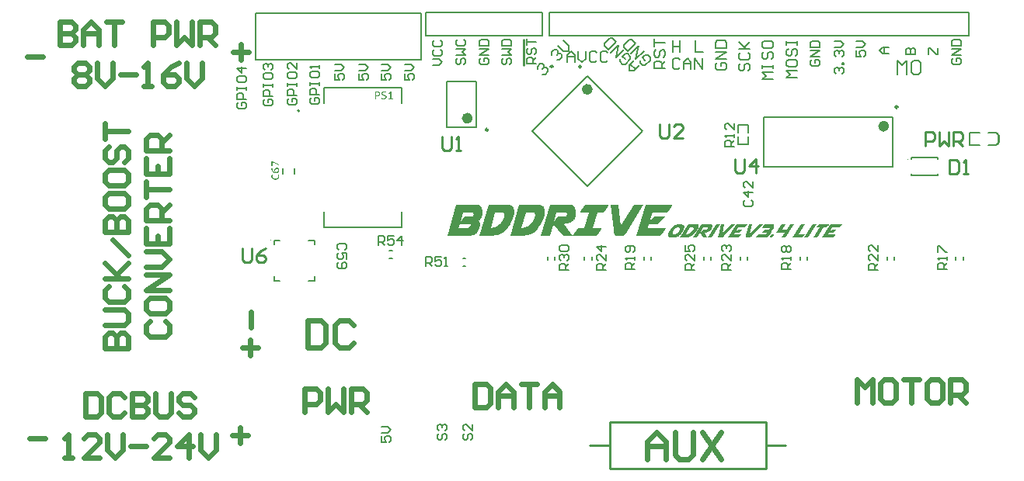
<source format=gto>
G04*
G04 #@! TF.GenerationSoftware,Altium Limited,Altium Designer,20.0.11 (256)*
G04*
G04 Layer_Color=65535*
%FSLAX25Y25*%
%MOIN*%
G70*
G01*
G75*
%ADD10C,0.00787*%
%ADD11C,0.00984*%
%ADD12C,0.02362*%
%ADD13C,0.00394*%
%ADD14C,0.00600*%
%ADD15C,0.00500*%
%ADD16C,0.01000*%
%ADD17C,0.00800*%
%ADD18C,0.00598*%
G36*
X276652Y101846D02*
X276572Y101705D01*
X276472Y101585D01*
X276412Y101465D01*
X276372Y101445D01*
Y101425D01*
X276231Y101244D01*
X276111Y101084D01*
X276011Y100963D01*
X275991Y100943D01*
X275970Y100923D01*
X275810Y100743D01*
X275670Y100602D01*
X275570Y100522D01*
X275549Y100482D01*
X275529D01*
X275389Y100382D01*
X275289Y100322D01*
X275209Y100302D01*
X271880D01*
X271800Y100322D01*
X271720Y100342D01*
X271600Y100442D01*
X271519Y100522D01*
X271499Y100542D01*
Y100562D01*
X271399Y100783D01*
X271299Y101004D01*
X271279Y101104D01*
X271239Y101184D01*
X271219Y101224D01*
Y101244D01*
X271138Y101545D01*
X271078Y101825D01*
X271058Y101926D01*
X271038Y102006D01*
X271018Y102066D01*
Y102086D01*
X270978Y102387D01*
X270938Y102507D01*
X270918Y102628D01*
X270898Y102708D01*
Y102768D01*
X270878Y102808D01*
Y102828D01*
X269655Y113555D01*
X273123D01*
X274086Y104632D01*
X279640Y113555D01*
X283770D01*
X276652Y101846D01*
D02*
G37*
G36*
X268752Y113414D02*
X268672Y113274D01*
X268512Y112973D01*
X268452Y112853D01*
X268392Y112753D01*
X268352Y112673D01*
X268331Y112653D01*
X268091Y112232D01*
X267970Y112051D01*
X267870Y111891D01*
X267770Y111730D01*
X267690Y111630D01*
X267650Y111550D01*
X267630Y111530D01*
X267369Y111149D01*
X267249Y110988D01*
X267128Y110848D01*
X267048Y110748D01*
X266968Y110668D01*
X266928Y110607D01*
X266908Y110587D01*
X266788Y110447D01*
X266687Y110347D01*
X266607Y110287D01*
X266527Y110247D01*
X266447Y110186D01*
X264041D01*
X262136Y103670D01*
X265925D01*
X265865Y103530D01*
X265785Y103389D01*
X265645Y103089D01*
X265564Y102948D01*
X265524Y102848D01*
X265484Y102768D01*
X265464Y102748D01*
X265224Y102327D01*
X265103Y102146D01*
X265003Y101986D01*
X264903Y101825D01*
X264823Y101725D01*
X264783Y101645D01*
X264762Y101625D01*
X264482Y101244D01*
X264362Y101084D01*
X264241Y100943D01*
X264161Y100843D01*
X264081Y100763D01*
X264041Y100703D01*
X264021Y100683D01*
X263900Y100562D01*
X263800Y100462D01*
X263720Y100402D01*
X263660Y100342D01*
X263560Y100302D01*
X253555D01*
D01*
X249264D01*
X245154Y105054D01*
X244933Y104853D01*
X243590Y100302D01*
X239740D01*
X243630Y113555D01*
X252552D01*
X252793Y113535D01*
X253013Y113495D01*
X253194Y113435D01*
X253354Y113374D01*
X253494Y113294D01*
X253575Y113234D01*
X253635Y113194D01*
X253655Y113174D01*
X253815Y113033D01*
X253956Y112873D01*
X254056Y112713D01*
X254156Y112572D01*
X254236Y112432D01*
X254296Y112332D01*
X254316Y112251D01*
X254337Y112232D01*
X254497Y111810D01*
X254557Y111590D01*
X254597Y111409D01*
X254637Y111229D01*
X254657Y111109D01*
X254677Y111029D01*
Y110988D01*
X254697Y110748D01*
X254717Y110507D01*
X254737Y110287D01*
X254757Y110106D01*
Y109946D01*
Y109826D01*
Y109745D01*
Y109725D01*
X254737Y109264D01*
X254677Y108863D01*
X254597Y108502D01*
X254517Y108201D01*
X254417Y107961D01*
X254337Y107780D01*
X254276Y107660D01*
X254256Y107620D01*
X254056Y107319D01*
X253855Y107079D01*
X253635Y106838D01*
X253434Y106658D01*
X253254Y106517D01*
X253114Y106397D01*
X253033Y106337D01*
X252993Y106317D01*
X252712Y106156D01*
X252412Y105996D01*
X252131Y105876D01*
X251870Y105795D01*
X251650Y105715D01*
X251489Y105655D01*
X251369Y105635D01*
X251349Y105615D01*
X251329D01*
X250988Y105535D01*
X250687Y105475D01*
X250387Y105435D01*
X250146Y105394D01*
X249925Y105374D01*
X249765Y105354D01*
X249665Y105334D01*
X249625D01*
X253522Y100344D01*
X253535Y100382D01*
X253575Y100442D01*
X253675Y100622D01*
X253735Y100723D01*
X253775Y100803D01*
X253795Y100843D01*
X253815Y100863D01*
X254036Y101224D01*
X254136Y101384D01*
X254236Y101545D01*
X254337Y101665D01*
X254397Y101765D01*
X254437Y101846D01*
X254457Y101866D01*
X254737Y102267D01*
X254858Y102447D01*
X254978Y102608D01*
X255078Y102748D01*
X255159Y102848D01*
X255199Y102908D01*
X255219Y102928D01*
X255359Y103109D01*
X255499Y103269D01*
X255620Y103389D01*
X255720Y103490D01*
X255800Y103570D01*
X255860Y103630D01*
X255880Y103670D01*
X258306D01*
X260191Y110186D01*
X256422D01*
Y110206D01*
X256442Y110267D01*
X256482Y110327D01*
X256562Y110507D01*
X256622Y110607D01*
X256662Y110688D01*
X256682Y110728D01*
X256702Y110748D01*
X256923Y111109D01*
X257023Y111269D01*
X257123Y111430D01*
X257204Y111550D01*
X257284Y111650D01*
X257324Y111730D01*
X257344Y111750D01*
X257625Y112151D01*
X257745Y112332D01*
X257865Y112492D01*
X257965Y112633D01*
X258046Y112733D01*
X258086Y112793D01*
X258106Y112813D01*
X258246Y112993D01*
X258387Y113154D01*
X258487Y113274D01*
X258587Y113374D01*
X258667Y113454D01*
X258727Y113515D01*
X258748Y113555D01*
X268813D01*
X268752Y113414D01*
D02*
G37*
G36*
X296061Y113414D02*
X295980Y113274D01*
X295820Y112973D01*
X295760Y112853D01*
X295700Y112753D01*
X295659Y112673D01*
X295639Y112653D01*
X295399Y112232D01*
X295279Y112051D01*
X295178Y111891D01*
X295078Y111730D01*
X294998Y111630D01*
X294958Y111550D01*
X294938Y111530D01*
X294677Y111149D01*
X294557Y110988D01*
X294437Y110848D01*
X294356Y110748D01*
X294276Y110668D01*
X294236Y110607D01*
X294216Y110587D01*
X294096Y110447D01*
X293995Y110347D01*
X293915Y110287D01*
X293835Y110247D01*
X293755Y110186D01*
X287539D01*
X286417Y106257D01*
X288301Y108562D01*
X292953D01*
X290066Y105174D01*
X286076D01*
X285634Y103670D01*
X293314D01*
X293294Y103610D01*
X293253Y103550D01*
X293233Y103470D01*
X293214Y103450D01*
X293153Y103329D01*
X293113Y103229D01*
X293073Y103149D01*
X293053Y103109D01*
X292993Y102988D01*
X292953Y102888D01*
X292913Y102808D01*
X292893Y102788D01*
X292853Y102708D01*
X292812Y102648D01*
X292792Y102628D01*
X292632Y102387D01*
X292472Y102166D01*
X292411Y102066D01*
X292351Y101986D01*
X292311Y101946D01*
X292291Y101926D01*
X292071Y101645D01*
X291870Y101384D01*
X291810Y101284D01*
X291750Y101204D01*
X291710Y101164D01*
X291690Y101144D01*
X291489Y100903D01*
X291309Y100703D01*
X291208Y100582D01*
X291188Y100562D01*
X291168Y100542D01*
X291088Y100462D01*
X291028Y100402D01*
X290948Y100342D01*
X290928Y100302D01*
X280823Y100302D01*
X284712Y113555D01*
X296121Y113555D01*
X296061Y113414D01*
D02*
G37*
G36*
X239359Y113535D02*
X239560Y113515D01*
X239820Y113454D01*
X240121Y113354D01*
X240402Y113214D01*
X240683Y113013D01*
X240903Y112733D01*
X240923Y112693D01*
X240983Y112592D01*
X241083Y112412D01*
X241184Y112171D01*
X241264Y111851D01*
X241364Y111490D01*
X241424Y111089D01*
X241444Y110627D01*
Y110607D01*
Y110587D01*
Y110527D01*
Y110467D01*
X241424Y110267D01*
X241404Y110006D01*
X241364Y109685D01*
X241324Y109324D01*
X241244Y108943D01*
X241144Y108522D01*
Y108502D01*
X241124Y108462D01*
X241104Y108402D01*
X241083Y108322D01*
X241023Y108101D01*
X240923Y107820D01*
X240783Y107480D01*
X240622Y107119D01*
X240442Y106738D01*
X240221Y106337D01*
Y106317D01*
X240181Y106257D01*
X240141Y106176D01*
X240081Y106056D01*
X240001Y105916D01*
X239900Y105755D01*
X239700Y105374D01*
X239439Y104933D01*
X239139Y104472D01*
X238838Y103991D01*
X238517Y103550D01*
Y103530D01*
X238477Y103510D01*
X238437Y103450D01*
X238377Y103369D01*
X238196Y103149D01*
X237956Y102888D01*
X237675Y102608D01*
X237354Y102287D01*
X237013Y101986D01*
X236632Y101685D01*
X236612D01*
X236592Y101645D01*
X236532Y101625D01*
X236452Y101565D01*
X236251Y101445D01*
X235971Y101284D01*
X235630Y101104D01*
X235249Y100923D01*
X234828Y100763D01*
X234367Y100622D01*
X234347D01*
X234307Y100602D01*
X234246D01*
X234146Y100582D01*
X234026Y100542D01*
X233886Y100522D01*
X233725Y100502D01*
X233545Y100462D01*
X233144Y100402D01*
X232662Y100362D01*
X232141Y100322D01*
X231580Y100302D01*
X226567Y100302D01*
X230457Y113555D01*
X239279D01*
X239359Y113535D01*
D02*
G37*
G36*
X226186Y113535D02*
X226387Y113515D01*
X226647Y113454D01*
X226948Y113354D01*
X227229Y113214D01*
X227510Y113013D01*
X227730Y112733D01*
X227750Y112693D01*
X227810Y112592D01*
X227911Y112412D01*
X228011Y112171D01*
X228091Y111851D01*
X228191Y111490D01*
X228252Y111089D01*
X228272Y110627D01*
Y110607D01*
Y110587D01*
Y110527D01*
Y110467D01*
X228252Y110267D01*
X228231Y110006D01*
X228191Y109685D01*
X228151Y109324D01*
X228071Y108943D01*
X227971Y108522D01*
Y108502D01*
X227951Y108462D01*
X227931Y108402D01*
X227911Y108322D01*
X227851Y108101D01*
X227750Y107820D01*
X227610Y107480D01*
X227449Y107119D01*
X227269Y106738D01*
X227048Y106337D01*
Y106317D01*
X227008Y106257D01*
X226968Y106176D01*
X226908Y106056D01*
X226828Y105916D01*
X226728Y105755D01*
X226527Y105374D01*
X226267Y104933D01*
X225966Y104472D01*
X225665Y103991D01*
X225344Y103550D01*
Y103530D01*
X225304Y103510D01*
X225264Y103450D01*
X225204Y103369D01*
X225023Y103149D01*
X224783Y102888D01*
X224502Y102608D01*
X224181Y102287D01*
X223840Y101986D01*
X223460Y101685D01*
X223439D01*
X223419Y101645D01*
X223359Y101625D01*
X223279Y101565D01*
X223078Y101445D01*
X222798Y101284D01*
X222457Y101104D01*
X222076Y100923D01*
X221655Y100763D01*
X221194Y100622D01*
X221174D01*
X221134Y100602D01*
X221074D01*
X220973Y100582D01*
X220853Y100542D01*
X220713Y100522D01*
X220552Y100502D01*
X220372Y100462D01*
X219971Y100402D01*
X219490Y100362D01*
X218968Y100322D01*
X218407Y100302D01*
X213394D01*
X217284Y113555D01*
X226106D01*
X226186Y113535D01*
D02*
G37*
G36*
X212893D02*
X213074Y113515D01*
X213254Y113454D01*
X213394Y113394D01*
X213495Y113334D01*
X213595Y113294D01*
X213635Y113254D01*
X213655Y113234D01*
X213916Y112973D01*
X214116Y112713D01*
X214176Y112612D01*
X214236Y112512D01*
X214277Y112452D01*
Y112432D01*
X214437Y112031D01*
X214477Y111830D01*
X214537Y111650D01*
X214557Y111490D01*
X214577Y111369D01*
X214597Y111289D01*
Y111249D01*
X214657Y110748D01*
X214678Y110527D01*
Y110327D01*
X214698Y110146D01*
Y110006D01*
Y109926D01*
Y109886D01*
Y109826D01*
X214678Y109465D01*
X214637Y109304D01*
X214617Y109144D01*
X214577Y109023D01*
X214537Y108923D01*
X214517Y108863D01*
Y108843D01*
X214377Y108502D01*
X214317Y108362D01*
X214257Y108221D01*
X214196Y108121D01*
X214136Y108041D01*
X214116Y107981D01*
X214096Y107961D01*
X213916Y107680D01*
X213735Y107460D01*
X213655Y107359D01*
X213615Y107299D01*
X213575Y107259D01*
X213555Y107239D01*
X213354Y107038D01*
X213174Y106898D01*
X213053Y106798D01*
X213034Y106778D01*
X213014D01*
X213174Y106577D01*
X213314Y106377D01*
X213374Y106277D01*
X213394Y106196D01*
X213435Y106156D01*
Y106136D01*
X213535Y105835D01*
X213595Y105535D01*
X213615Y105414D01*
Y105314D01*
Y105254D01*
Y105234D01*
X213595Y104973D01*
X213575Y104733D01*
X213555Y104653D01*
Y104572D01*
X213535Y104532D01*
Y104512D01*
X213475Y104272D01*
X213394Y104051D01*
X213354Y103971D01*
X213334Y103911D01*
X213314Y103871D01*
Y103851D01*
X213254Y103570D01*
X213134Y103249D01*
X213034Y102968D01*
X212913Y102708D01*
X212813Y102487D01*
X212733Y102307D01*
X212673Y102186D01*
X212632Y102086D01*
X212612Y102066D01*
X212472Y101846D01*
X212332Y101645D01*
X212191Y101465D01*
X212071Y101324D01*
X211951Y101204D01*
X211851Y101124D01*
X211790Y101064D01*
X211770Y101044D01*
X211590Y100903D01*
X211389Y100803D01*
X211189Y100703D01*
X210988Y100622D01*
X210828Y100562D01*
X210688Y100522D01*
X210608Y100482D01*
X210567D01*
X210287Y100422D01*
X210006Y100382D01*
X209705Y100342D01*
X209424Y100322D01*
X209184D01*
X209003Y100302D01*
X199600D01*
X203490Y113555D01*
X212673D01*
X212893Y113535D01*
D02*
G37*
G36*
X344704Y99400D02*
X343025D01*
X345053Y102608D01*
X343760Y101471D01*
X340797D01*
X343139Y105177D01*
X344791D01*
X343375Y102940D01*
X345272D01*
X346679Y105177D01*
X348357D01*
X344704Y99400D01*
D02*
G37*
G36*
X330221Y100073D02*
X330160Y100012D01*
X330099Y99959D01*
X330047Y99907D01*
X330038Y99898D01*
X330029Y99889D01*
X329942Y99811D01*
X329863Y99741D01*
X329828Y99715D01*
X329811Y99688D01*
X329793Y99680D01*
X329784Y99671D01*
X329688Y99592D01*
X329610Y99531D01*
X329575Y99514D01*
X329548Y99496D01*
X329540Y99479D01*
X329531D01*
X329452Y99435D01*
X329391Y99409D01*
X329356Y99400D01*
X327905D01*
X327870Y99409D01*
X327844Y99418D01*
X327809Y99461D01*
X327792Y99496D01*
X327783Y99505D01*
Y99514D01*
X327765Y99610D01*
X327757Y99706D01*
Y99750D01*
Y99785D01*
Y99802D01*
Y99811D01*
X327765Y99942D01*
X327774Y100064D01*
X327783Y100108D01*
X327792Y100143D01*
Y100169D01*
Y100178D01*
X327818Y100309D01*
X327827Y100361D01*
X327835Y100414D01*
Y100449D01*
X327844Y100475D01*
Y100493D01*
Y100501D01*
X328902Y105177D01*
X330414D01*
X329505Y101288D01*
X333254Y105177D01*
X335055D01*
X330221Y100073D01*
D02*
G37*
G36*
X318291Y100073D02*
X318230Y100012D01*
X318169Y99959D01*
X318116Y99907D01*
X318108Y99898D01*
X318099Y99889D01*
X318012Y99811D01*
X317933Y99741D01*
X317898Y99715D01*
X317881Y99688D01*
X317863Y99680D01*
X317854Y99671D01*
X317758Y99592D01*
X317680Y99531D01*
X317645Y99514D01*
X317618Y99496D01*
X317610Y99479D01*
X317601D01*
X317522Y99435D01*
X317461Y99409D01*
X317426Y99400D01*
X315975D01*
X315940Y99409D01*
X315914Y99418D01*
X315879Y99461D01*
X315862Y99496D01*
X315853Y99505D01*
Y99514D01*
X315835Y99610D01*
X315827Y99706D01*
Y99750D01*
Y99785D01*
Y99802D01*
Y99811D01*
X315835Y99942D01*
X315844Y100064D01*
X315853Y100108D01*
X315862Y100143D01*
Y100169D01*
Y100178D01*
X315888Y100309D01*
X315897Y100361D01*
X315905Y100414D01*
Y100449D01*
X315914Y100475D01*
Y100493D01*
Y100501D01*
X316972Y105177D01*
X318484D01*
X317575Y101288D01*
X321324Y105177D01*
X323125Y105177D01*
X318291Y100073D01*
D02*
G37*
G36*
X368922Y105116D02*
X368861Y105055D01*
X368756Y104924D01*
X368704Y104871D01*
X368660Y104827D01*
X368634Y104793D01*
X368625Y104784D01*
X368459Y104600D01*
X368380Y104522D01*
X368302Y104452D01*
X368240Y104382D01*
X368197Y104338D01*
X368162Y104303D01*
X368153Y104294D01*
X367978Y104128D01*
X367899Y104058D01*
X367830Y103997D01*
X367768Y103954D01*
X367725Y103919D01*
X367699Y103892D01*
X367690Y103884D01*
X367620Y103823D01*
X367559Y103779D01*
X367515Y103753D01*
X367480Y103735D01*
X367454Y103718D01*
X367436Y103709D01*
X364718D01*
X363652Y101996D01*
X364823Y103001D01*
X366842D01*
X365085Y101524D01*
X363346D01*
X362927Y100868D01*
X366283D01*
X366256Y100842D01*
X366230Y100816D01*
X366204Y100781D01*
X366195Y100772D01*
X366151Y100720D01*
X366117Y100676D01*
X366090Y100641D01*
X366082Y100624D01*
X366038Y100571D01*
X365994Y100528D01*
X365968Y100493D01*
X365959Y100484D01*
X365924Y100449D01*
X365907Y100423D01*
X365889Y100414D01*
X365793Y100309D01*
X365688Y100213D01*
X365645Y100169D01*
X365610Y100134D01*
X365583Y100117D01*
X365575Y100108D01*
X365435Y99986D01*
X365374Y99924D01*
X365313Y99872D01*
X365269Y99828D01*
X365234Y99793D01*
X365208Y99776D01*
X365199Y99767D01*
X365068Y99662D01*
X364972Y99575D01*
X364928Y99549D01*
X364902Y99522D01*
X364884Y99514D01*
X364876Y99505D01*
X364832Y99470D01*
X364797Y99444D01*
X364753Y99418D01*
X364736Y99400D01*
X360331D01*
X363993Y105177D01*
X368966D01*
X368922Y105116D01*
D02*
G37*
G36*
X363495D02*
X363433Y105055D01*
X363329Y104924D01*
X363276Y104871D01*
X363232Y104827D01*
X363206Y104793D01*
X363197Y104784D01*
X363031Y104600D01*
X362953Y104522D01*
X362874Y104452D01*
X362813Y104382D01*
X362769Y104338D01*
X362734Y104303D01*
X362725Y104294D01*
X362551Y104128D01*
X362472Y104058D01*
X362402Y103997D01*
X362341Y103954D01*
X362297Y103919D01*
X362271Y103892D01*
X362262Y103884D01*
X362192Y103823D01*
X362131Y103779D01*
X362087Y103753D01*
X362052Y103735D01*
X362026Y103718D01*
X362009Y103709D01*
X360951D01*
X358233Y99400D01*
X356564D01*
X359282Y103709D01*
X357639D01*
Y103718D01*
X357656Y103744D01*
X357682Y103770D01*
X357752Y103849D01*
X357787Y103892D01*
X357814Y103927D01*
X357831Y103945D01*
X357840Y103954D01*
X357988Y104111D01*
X358058Y104181D01*
X358120Y104251D01*
X358181Y104303D01*
X358224Y104347D01*
X358259Y104382D01*
X358268Y104391D01*
X358452Y104565D01*
X358539Y104644D01*
X358609Y104714D01*
X358679Y104775D01*
X358722Y104819D01*
X358757Y104845D01*
X358766Y104854D01*
X358854Y104932D01*
X358932Y105002D01*
X359002Y105055D01*
X359055Y105098D01*
X359098Y105133D01*
X359133Y105160D01*
X359151Y105177D01*
X363538D01*
X363495Y105116D01*
D02*
G37*
G36*
X354449Y99400D02*
X352762D01*
X356415Y105177D01*
X358093D01*
X354449Y99400D01*
D02*
G37*
G36*
X350446Y100868D02*
X353216D01*
X353199Y100842D01*
X353181Y100825D01*
X353155Y100790D01*
X353112Y100746D01*
X353050Y100685D01*
X353042Y100676D01*
X353015Y100650D01*
X352980Y100615D01*
X352928Y100562D01*
X352867Y100501D01*
X352797Y100423D01*
X352709Y100344D01*
X352622Y100248D01*
X352613Y100239D01*
X352578Y100204D01*
X352535Y100160D01*
X352465Y100099D01*
X352395Y100021D01*
X352307Y99942D01*
X352115Y99758D01*
X352106Y99750D01*
X352071Y99715D01*
X352028Y99671D01*
X351967Y99619D01*
X351827Y99505D01*
X351757Y99452D01*
X351696Y99400D01*
X347850D01*
X351512Y105177D01*
X353181D01*
X350446Y100868D01*
D02*
G37*
G36*
X339381Y100929D02*
X339442Y100912D01*
X339503Y100895D01*
X339538Y100868D01*
X339573Y100833D01*
X339591Y100816D01*
X339608Y100798D01*
Y100790D01*
X339634Y100728D01*
X339643Y100667D01*
Y100606D01*
X339634Y100554D01*
X339626Y100501D01*
X339617Y100458D01*
X339608Y100431D01*
Y100423D01*
X339582Y100353D01*
X339547Y100283D01*
X339460Y100143D01*
X339425Y100091D01*
X339390Y100047D01*
X339372Y100012D01*
X339363Y100003D01*
X339224Y99846D01*
X339154Y99776D01*
X339084Y99723D01*
X339031Y99671D01*
X338988Y99636D01*
X338953Y99619D01*
X338944Y99610D01*
X338830Y99549D01*
X338725Y99496D01*
X338690Y99479D01*
X338655Y99461D01*
X338638Y99452D01*
X338629D01*
X338516Y99426D01*
X338420Y99409D01*
X338385Y99400D01*
X338332D01*
X338253Y99409D01*
X338192Y99426D01*
X338140Y99444D01*
X338096Y99470D01*
X338061Y99496D01*
X338044Y99522D01*
X338026Y99531D01*
Y99540D01*
X338000Y99592D01*
X337991Y99654D01*
Y99715D01*
X338000Y99776D01*
X338009Y99828D01*
X338018Y99872D01*
X338026Y99898D01*
Y99907D01*
X338070Y100012D01*
X338105Y100091D01*
X338140Y100143D01*
X338149Y100160D01*
X338236Y100274D01*
X338323Y100379D01*
X338411Y100466D01*
X338498Y100554D01*
X338577Y100615D01*
X338638Y100659D01*
X338673Y100694D01*
X338690Y100702D01*
X338813Y100781D01*
X338926Y100842D01*
X339031Y100877D01*
X339119Y100912D01*
X339197Y100929D01*
X339250Y100938D01*
X339302D01*
X339381Y100929D01*
D02*
G37*
G36*
X339390Y105168D02*
X339468Y105151D01*
X339521Y105125D01*
X339573Y105098D01*
X339608Y105063D01*
X339634Y105037D01*
X339643Y105020D01*
X339652Y105011D01*
X339713Y104880D01*
X339757Y104740D01*
X339766Y104688D01*
X339774Y104644D01*
Y104609D01*
Y104600D01*
X339783Y104417D01*
Y104329D01*
X339774Y104251D01*
X339766Y104181D01*
Y104120D01*
X339757Y104085D01*
Y104076D01*
X339739Y103971D01*
X339722Y103884D01*
X339704Y103796D01*
X339687Y103726D01*
X339669Y103665D01*
X339652Y103613D01*
X339643Y103586D01*
Y103578D01*
X339634Y103551D01*
X339573Y103403D01*
X339538Y103333D01*
X339512Y103263D01*
X339477Y103211D01*
X339460Y103167D01*
X339442Y103141D01*
X339433Y103132D01*
X339337Y102983D01*
X339285Y102913D01*
X339241Y102852D01*
X339206Y102800D01*
X339171Y102765D01*
X339154Y102739D01*
X339145Y102730D01*
X339031Y102599D01*
X338970Y102538D01*
X338918Y102494D01*
X338874Y102450D01*
X338839Y102424D01*
X338822Y102407D01*
X338813Y102398D01*
X338699Y102310D01*
X338594Y102241D01*
X338559Y102214D01*
X338533Y102206D01*
X338516Y102188D01*
X338507D01*
X338516Y102118D01*
X338533Y102048D01*
X338542Y101996D01*
X338551Y101987D01*
Y101978D01*
X338568Y101935D01*
Y101882D01*
Y101769D01*
X338559Y101725D01*
X338551Y101681D01*
X338542Y101655D01*
Y101646D01*
X338498Y101524D01*
X338437Y101410D01*
X338411Y101358D01*
X338393Y101323D01*
X338385Y101297D01*
X338376Y101288D01*
X338297Y101148D01*
X338253Y101096D01*
X338227Y101043D01*
X338201Y100999D01*
X338175Y100973D01*
X338166Y100956D01*
X338157Y100947D01*
X338087Y100825D01*
X337991Y100685D01*
X337904Y100562D01*
X337817Y100449D01*
X337747Y100353D01*
X337694Y100274D01*
X337642Y100222D01*
X337615Y100178D01*
X337607Y100169D01*
X337519Y100073D01*
X337441Y99986D01*
X337362Y99907D01*
X337283Y99846D01*
X337222Y99793D01*
X337170Y99758D01*
X337135Y99732D01*
X337126Y99723D01*
X337030Y99662D01*
X336925Y99619D01*
X336820Y99575D01*
X336733Y99540D01*
X336645Y99514D01*
X336584Y99496D01*
X336540Y99479D01*
X336523D01*
X336383Y99452D01*
X336243Y99435D01*
X336095Y99418D01*
X335964Y99409D01*
X335841D01*
X335745Y99400D01*
X331803D01*
X331943Y99549D01*
X332066Y99697D01*
X332188Y99828D01*
X332293Y99951D01*
X332380Y100047D01*
X332441Y100125D01*
X332485Y100169D01*
X332503Y100187D01*
X332634Y100326D01*
X332756Y100458D01*
X332870Y100571D01*
X332983Y100676D01*
X333071Y100755D01*
X333141Y100825D01*
X333184Y100860D01*
X333202Y100877D01*
X336051D01*
X336060Y100886D01*
X336077Y100895D01*
X336095Y100903D01*
X336103D01*
X336147Y100929D01*
X336182Y100956D01*
X336217Y100964D01*
X336226Y100973D01*
X336278Y100999D01*
X336322Y101026D01*
X336348Y101034D01*
X336357Y101043D01*
X336401Y101078D01*
X336427Y101096D01*
X336444Y101113D01*
X336453Y101122D01*
X336462Y101130D01*
X336471Y101139D01*
X336506Y101165D01*
X336514Y101174D01*
X336540Y101227D01*
X336567Y101262D01*
X336584Y101297D01*
X336602Y101332D01*
Y101340D01*
X336628Y101393D01*
X336645Y101445D01*
X336663Y101480D01*
Y101489D01*
X334303D01*
X336147Y102966D01*
X337545D01*
X337554Y102975D01*
X337572Y102992D01*
X337580Y103001D01*
X337589Y103010D01*
X337624Y103053D01*
X337659Y103088D01*
X337685Y103114D01*
X337694Y103123D01*
X337738Y103176D01*
X337773Y103219D01*
X337799Y103246D01*
X337808Y103254D01*
X337843Y103298D01*
X337869Y103324D01*
X337878Y103342D01*
X337886Y103350D01*
X337921Y103403D01*
Y103420D01*
Y103429D01*
Y103447D01*
Y103455D01*
X337913Y103499D01*
X337904Y103551D01*
X337895Y103586D01*
X337886Y103604D01*
X337878Y103639D01*
X337860Y103656D01*
X337843Y103691D01*
X337834Y103700D01*
X334565D01*
X334687Y103840D01*
X334801Y103980D01*
X334915Y104102D01*
X335011Y104216D01*
X335098Y104312D01*
X335159Y104391D01*
X335203Y104434D01*
X335221Y104452D01*
X335352Y104592D01*
X335483Y104731D01*
X335605Y104854D01*
X335719Y104959D01*
X335815Y105046D01*
X335885Y105116D01*
X335937Y105160D01*
X335955Y105177D01*
X339311D01*
X339390Y105168D01*
D02*
G37*
G36*
X328465Y105116D02*
X328403Y105055D01*
X328299Y104924D01*
X328246Y104871D01*
X328203Y104827D01*
X328176Y104793D01*
X328168Y104784D01*
X328001Y104600D01*
X327923Y104522D01*
X327844Y104452D01*
X327783Y104382D01*
X327739Y104338D01*
X327704Y104303D01*
X327695Y104294D01*
X327521Y104128D01*
X327442Y104058D01*
X327372Y103997D01*
X327311Y103954D01*
X327267Y103919D01*
X327241Y103892D01*
X327232Y103884D01*
X327162Y103823D01*
X327101Y103779D01*
X327058Y103753D01*
X327023Y103735D01*
X326996Y103718D01*
X326979Y103709D01*
X324261D01*
X323194Y101996D01*
X324366Y103001D01*
X326384D01*
X324628Y101524D01*
X322888Y101524D01*
X322469Y100868D01*
X325825Y100868D01*
X325799Y100842D01*
X325773Y100816D01*
X325746Y100781D01*
X325738Y100772D01*
X325694Y100720D01*
X325659Y100676D01*
X325633Y100641D01*
X325624Y100624D01*
X325581Y100571D01*
X325537Y100528D01*
X325511Y100493D01*
X325502Y100484D01*
X325467Y100449D01*
X325449Y100423D01*
X325432Y100414D01*
X325336Y100309D01*
X325231Y100213D01*
X325187Y100169D01*
X325152Y100134D01*
X325126Y100117D01*
X325117Y100108D01*
X324977Y99986D01*
X324916Y99924D01*
X324855Y99872D01*
X324811Y99828D01*
X324776Y99793D01*
X324750Y99776D01*
X324741Y99767D01*
X324610Y99662D01*
X324514Y99575D01*
X324470Y99549D01*
X324444Y99522D01*
X324427Y99514D01*
X324418Y99505D01*
X324374Y99470D01*
X324339Y99444D01*
X324296Y99418D01*
X324278Y99400D01*
X319873Y99400D01*
X323535Y105177D01*
X328508D01*
X328465Y105116D01*
D02*
G37*
G36*
X312899Y99400D02*
X311212D01*
X314865Y105177D01*
X316543D01*
X312899Y99400D01*
D02*
G37*
G36*
X312759Y105168D02*
X312855Y105151D01*
X312934Y105125D01*
X312995Y105098D01*
X313039Y105063D01*
X313073Y105037D01*
X313091Y105020D01*
X313100Y105011D01*
X313143Y104950D01*
X313178Y104880D01*
X313205Y104810D01*
X313231Y104749D01*
X313240Y104688D01*
X313248Y104644D01*
Y104609D01*
Y104600D01*
Y104417D01*
X313240Y104321D01*
X313231Y104242D01*
X313213Y104163D01*
X313205Y104111D01*
X313196Y104076D01*
Y104058D01*
X313170Y103954D01*
X313143Y103849D01*
X313117Y103753D01*
X313091Y103674D01*
X313073Y103604D01*
X313056Y103551D01*
X313039Y103516D01*
Y103508D01*
X312960Y103307D01*
X312881Y103132D01*
X312794Y102975D01*
X312706Y102844D01*
X312628Y102739D01*
X312567Y102660D01*
X312532Y102608D01*
X312514Y102590D01*
X312383Y102459D01*
X312252Y102354D01*
X312130Y102249D01*
X312007Y102171D01*
X311911Y102109D01*
X311832Y102057D01*
X311780Y102031D01*
X311771Y102022D01*
X311762D01*
X311614Y101952D01*
X311465Y101882D01*
X311326Y101830D01*
X311194Y101795D01*
X311089Y101760D01*
X311002Y101734D01*
X310950Y101725D01*
X310941Y101716D01*
X310932D01*
X310775Y101681D01*
X310635Y101655D01*
X310504Y101637D01*
X310390Y101620D01*
X310294Y101611D01*
X310215Y101602D01*
X310172Y101594D01*
X310154D01*
X311116Y99400D01*
X309245D01*
X308153Y101471D01*
X308031Y101384D01*
X306772Y99400D01*
X305094D01*
X308756Y105177D01*
X312645D01*
X312759Y105168D01*
D02*
G37*
G36*
X306894D02*
X306982Y105160D01*
X307087Y105133D01*
X307191Y105090D01*
X307296Y105029D01*
X307384Y104941D01*
X307419Y104880D01*
X307445Y104819D01*
X307454Y104801D01*
X307462Y104758D01*
X307471Y104679D01*
X307480Y104574D01*
Y104434D01*
X307462Y104277D01*
X307428Y104102D01*
X307366Y103901D01*
Y103892D01*
X307358Y103884D01*
X307349Y103857D01*
X307340Y103831D01*
X307305Y103744D01*
X307261Y103630D01*
X307200Y103490D01*
X307122Y103333D01*
X307025Y103167D01*
X306921Y102983D01*
Y102975D01*
X306903Y102957D01*
X306894Y102931D01*
X306868Y102896D01*
X306807Y102800D01*
X306719Y102678D01*
X306615Y102529D01*
X306492Y102372D01*
X306352Y102206D01*
X306195Y102031D01*
X306186Y102022D01*
X306169Y101996D01*
X306134Y101961D01*
X306090Y101908D01*
X306038Y101847D01*
X305977Y101777D01*
X305828Y101611D01*
X305644Y101419D01*
X305452Y101218D01*
X305251Y101008D01*
X305042Y100816D01*
X305033Y100807D01*
X305015Y100798D01*
X304989Y100772D01*
X304945Y100737D01*
X304902Y100694D01*
X304840Y100641D01*
X304701Y100528D01*
X304535Y100405D01*
X304351Y100265D01*
X304150Y100134D01*
X303940Y100003D01*
X303931D01*
X303914Y99986D01*
X303888Y99977D01*
X303844Y99951D01*
X303792Y99924D01*
X303739Y99898D01*
X303591Y99828D01*
X303416Y99750D01*
X303223Y99671D01*
X303014Y99601D01*
X302795Y99540D01*
X302786D01*
X302769Y99531D01*
X302734D01*
X302690Y99522D01*
X302638Y99505D01*
X302577Y99496D01*
X302498Y99487D01*
X302419Y99470D01*
X302227Y99444D01*
X302017Y99426D01*
X301781Y99409D01*
X301537Y99400D01*
X299352D01*
X303014Y105177D01*
X306859D01*
X306894Y105168D01*
D02*
G37*
G36*
X299832D02*
X300007Y105160D01*
X300165Y105133D01*
X300313Y105107D01*
X300444Y105072D01*
X300558Y105037D01*
X300663Y104994D01*
X300759Y104950D01*
X300837Y104906D01*
X300907Y104862D01*
X300960Y104827D01*
X301004Y104793D01*
X301039Y104766D01*
X301065Y104740D01*
X301074Y104731D01*
X301082Y104723D01*
X301143Y104635D01*
X301196Y104530D01*
X301231Y104417D01*
X301257Y104303D01*
X301266Y104181D01*
Y104058D01*
X301248Y103805D01*
X301231Y103691D01*
X301213Y103586D01*
X301187Y103482D01*
X301170Y103403D01*
X301152Y103324D01*
X301135Y103272D01*
X301117Y103237D01*
Y103228D01*
X301074Y103106D01*
X301039Y102992D01*
X301021Y102948D01*
X301004Y102913D01*
X300995Y102896D01*
Y102887D01*
X300942Y102756D01*
X300890Y102643D01*
X300872Y102599D01*
X300855Y102564D01*
X300837Y102538D01*
Y102529D01*
X300715Y102293D01*
X300593Y102066D01*
X300462Y101865D01*
X300339Y101681D01*
X300287Y101602D01*
X300235Y101533D01*
X300191Y101463D01*
X300156Y101410D01*
X300121Y101375D01*
X300095Y101340D01*
X300086Y101323D01*
X300077Y101314D01*
X299902Y101104D01*
X299728Y100921D01*
X299562Y100746D01*
X299413Y100606D01*
X299282Y100484D01*
X299229Y100431D01*
X299177Y100396D01*
X299142Y100361D01*
X299116Y100335D01*
X299098Y100326D01*
X299090Y100318D01*
X298888Y100169D01*
X298696Y100038D01*
X298504Y99924D01*
X298338Y99828D01*
X298198Y99750D01*
X298137Y99715D01*
X298084Y99688D01*
X298041Y99671D01*
X298014Y99654D01*
X297997Y99645D01*
X297988D01*
X297779Y99566D01*
X297586Y99505D01*
X297403Y99461D01*
X297237Y99435D01*
X297097Y99418D01*
X297044Y99409D01*
X296992Y99400D01*
X296030D01*
X295856Y99409D01*
X295698Y99418D01*
X295550Y99435D01*
X295419Y99452D01*
X295323Y99470D01*
X295244Y99479D01*
X295192Y99496D01*
X295174D01*
X295043Y99540D01*
X294920Y99592D01*
X294824Y99645D01*
X294737Y99697D01*
X294667Y99750D01*
X294623Y99793D01*
X294588Y99819D01*
X294580Y99828D01*
X294510Y99924D01*
X294449Y100029D01*
X294405Y100134D01*
X294370Y100239D01*
X294352Y100326D01*
X294335Y100396D01*
X294326Y100449D01*
Y100466D01*
Y100624D01*
X294335Y100798D01*
X294370Y100964D01*
X294405Y101122D01*
X294440Y101262D01*
X294457Y101323D01*
X294466Y101375D01*
X294483Y101419D01*
X294492Y101454D01*
X294501Y101471D01*
Y101480D01*
X294536Y101576D01*
X294571Y101664D01*
X294588Y101699D01*
X294597Y101725D01*
X294606Y101742D01*
Y101751D01*
X294650Y101865D01*
X294693Y101952D01*
X294711Y101996D01*
X294728Y102022D01*
X294737Y102040D01*
Y102048D01*
X294842Y102276D01*
X294964Y102494D01*
X295087Y102695D01*
X295200Y102870D01*
X295296Y103018D01*
X295340Y103079D01*
X295384Y103132D01*
X295410Y103176D01*
X295436Y103202D01*
X295445Y103219D01*
X295454Y103228D01*
X295628Y103438D01*
X295795Y103621D01*
X295961Y103796D01*
X296109Y103936D01*
X296240Y104058D01*
X296336Y104146D01*
X296371Y104181D01*
X296398Y104207D01*
X296415Y104216D01*
X296424Y104225D01*
X296625Y104382D01*
X296808Y104513D01*
X296992Y104635D01*
X297158Y104731D01*
X297289Y104810D01*
X297350Y104845D01*
X297394Y104871D01*
X297438Y104889D01*
X297464Y104906D01*
X297481Y104915D01*
X297490D01*
X297691Y105002D01*
X297875Y105063D01*
X298041Y105116D01*
X298189Y105142D01*
X298312Y105160D01*
X298408Y105177D01*
X299649D01*
X299832Y105168D01*
D02*
G37*
G36*
X172700Y162273D02*
X172766Y162268D01*
X172800D01*
X172827Y162262D01*
X172889Y162257D01*
X172961Y162246D01*
X172977D01*
X173000Y162240D01*
X173022D01*
X173083Y162229D01*
X173155Y162218D01*
X173172D01*
X173194Y162212D01*
X173216Y162207D01*
X173277Y162196D01*
X173338Y162185D01*
Y161785D01*
X173327D01*
X173305Y161796D01*
X173266Y161802D01*
X173216Y161813D01*
X173160Y161824D01*
X173094Y161840D01*
X172950Y161863D01*
X172944D01*
X172916Y161868D01*
X172883Y161874D01*
X172833Y161879D01*
X172777Y161885D01*
X172711Y161890D01*
X172578Y161896D01*
X172517D01*
X172450Y161890D01*
X172367Y161879D01*
X172273Y161863D01*
X172178Y161840D01*
X172095Y161807D01*
X172017Y161763D01*
X172012Y161757D01*
X171989Y161741D01*
X171962Y161713D01*
X171928Y161674D01*
X171895Y161624D01*
X171867Y161563D01*
X171845Y161496D01*
X171840Y161419D01*
Y161413D01*
Y161396D01*
X171845Y161374D01*
X171851Y161341D01*
X171873Y161269D01*
X171889Y161230D01*
X171912Y161191D01*
X171917Y161186D01*
X171923Y161174D01*
X171940Y161158D01*
X171962Y161136D01*
X172023Y161080D01*
X172100Y161019D01*
X172106Y161013D01*
X172123Y161008D01*
X172145Y160991D01*
X172184Y160975D01*
X172222Y160952D01*
X172267Y160930D01*
X172378Y160886D01*
X172383D01*
X172406Y160875D01*
X172433Y160864D01*
X172478Y160847D01*
X172522Y160830D01*
X172572Y160808D01*
X172689Y160758D01*
X172694D01*
X172716Y160747D01*
X172750Y160736D01*
X172789Y160719D01*
X172839Y160697D01*
X172889Y160675D01*
X173005Y160619D01*
X173011Y160614D01*
X173033Y160608D01*
X173061Y160592D01*
X173099Y160570D01*
X173188Y160508D01*
X173277Y160436D01*
X173283Y160431D01*
X173299Y160420D01*
X173321Y160397D01*
X173349Y160364D01*
X173377Y160331D01*
X173410Y160286D01*
X173471Y160187D01*
X173477Y160181D01*
X173482Y160159D01*
X173494Y160131D01*
X173510Y160092D01*
X173527Y160042D01*
X173538Y159981D01*
X173543Y159920D01*
X173549Y159848D01*
Y159837D01*
Y159809D01*
X173543Y159765D01*
X173538Y159709D01*
X173527Y159648D01*
X173504Y159576D01*
X173482Y159504D01*
X173449Y159437D01*
X173443Y159432D01*
X173432Y159409D01*
X173410Y159376D01*
X173382Y159337D01*
X173344Y159293D01*
X173299Y159243D01*
X173244Y159193D01*
X173183Y159149D01*
X173177Y159143D01*
X173155Y159132D01*
X173116Y159110D01*
X173072Y159082D01*
X173011Y159054D01*
X172944Y159027D01*
X172866Y158999D01*
X172777Y158977D01*
X172766D01*
X172739Y158966D01*
X172689Y158960D01*
X172622Y158949D01*
X172544Y158938D01*
X172456Y158932D01*
X172356Y158921D01*
X172173D01*
X172128Y158927D01*
X172089D01*
X171989Y158932D01*
X171967D01*
X171945Y158938D01*
X171912D01*
X171834Y158949D01*
X171745Y158960D01*
X171723D01*
X171701Y158966D01*
X171673D01*
X171601Y158977D01*
X171523Y158988D01*
X171518D01*
X171507Y158993D01*
X171484Y158999D01*
X171462Y159004D01*
X171401Y159021D01*
X171335Y159038D01*
Y159465D01*
X171346Y159459D01*
X171368Y159454D01*
X171407Y159443D01*
X171457Y159426D01*
X171518Y159404D01*
X171590Y159387D01*
X171668Y159371D01*
X171751Y159354D01*
X171762D01*
X171790Y159348D01*
X171840Y159343D01*
X171906Y159337D01*
X171984Y159326D01*
X172073Y159321D01*
X172173Y159315D01*
X172361D01*
X172411Y159321D01*
X172467D01*
X172528Y159332D01*
X172589Y159337D01*
X172650Y159348D01*
X172655D01*
X172678Y159354D01*
X172700Y159365D01*
X172739Y159371D01*
X172816Y159404D01*
X172894Y159443D01*
X172900Y159448D01*
X172911Y159454D01*
X172927Y159471D01*
X172950Y159487D01*
X173000Y159537D01*
X173038Y159604D01*
Y159609D01*
X173044Y159620D01*
X173055Y159643D01*
X173061Y159670D01*
X173072Y159704D01*
X173077Y159742D01*
X173083Y159826D01*
Y159831D01*
Y159848D01*
X173077Y159870D01*
X173072Y159904D01*
X173049Y159976D01*
X173033Y160009D01*
X173005Y160048D01*
X173000Y160053D01*
X172994Y160064D01*
X172977Y160081D01*
X172955Y160103D01*
X172927Y160131D01*
X172894Y160159D01*
X172811Y160214D01*
X172805Y160220D01*
X172789Y160225D01*
X172766Y160242D01*
X172733Y160259D01*
X172694Y160281D01*
X172650Y160303D01*
X172539Y160353D01*
X172533Y160359D01*
X172511Y160364D01*
X172483Y160375D01*
X172439Y160392D01*
X172395Y160408D01*
X172339Y160431D01*
X172222Y160475D01*
X172217Y160481D01*
X172195Y160486D01*
X172167Y160503D01*
X172128Y160520D01*
X172078Y160542D01*
X172028Y160564D01*
X171912Y160619D01*
X171906Y160625D01*
X171884Y160636D01*
X171856Y160647D01*
X171817Y160669D01*
X171779Y160697D01*
X171729Y160725D01*
X171634Y160797D01*
X171629Y160803D01*
X171618Y160814D01*
X171595Y160836D01*
X171568Y160869D01*
X171540Y160903D01*
X171507Y160947D01*
X171446Y161041D01*
X171440Y161047D01*
X171434Y161069D01*
X171423Y161097D01*
X171412Y161136D01*
X171396Y161186D01*
X171384Y161241D01*
X171379Y161308D01*
X171373Y161374D01*
Y161380D01*
Y161402D01*
X171379Y161435D01*
X171384Y161480D01*
X171390Y161530D01*
X171401Y161585D01*
X171418Y161646D01*
X171440Y161707D01*
X171446Y161713D01*
X171451Y161735D01*
X171473Y161763D01*
X171495Y161802D01*
X171523Y161846D01*
X171562Y161896D01*
X171606Y161946D01*
X171656Y161996D01*
X171662Y162001D01*
X171684Y162018D01*
X171718Y162040D01*
X171762Y162068D01*
X171812Y162101D01*
X171878Y162135D01*
X171950Y162168D01*
X172034Y162201D01*
X172045Y162207D01*
X172078Y162212D01*
X172123Y162223D01*
X172189Y162240D01*
X172273Y162257D01*
X172367Y162268D01*
X172472Y162273D01*
X172589Y162279D01*
X172644D01*
X172700Y162273D01*
D02*
G37*
G36*
X175636Y159371D02*
X176363D01*
Y158966D01*
X174315D01*
Y159371D01*
X175153D01*
Y161752D01*
X174370Y161330D01*
X174215Y161702D01*
X175247Y162246D01*
X175636D01*
Y159371D01*
D02*
G37*
G36*
X169703Y162223D02*
X169775Y162218D01*
X169853Y162207D01*
X170019Y162173D01*
X170030D01*
X170058Y162162D01*
X170097Y162151D01*
X170152Y162129D01*
X170213Y162107D01*
X170274Y162074D01*
X170341Y162040D01*
X170408Y161996D01*
X170413Y161990D01*
X170435Y161974D01*
X170469Y161951D01*
X170508Y161913D01*
X170552Y161868D01*
X170596Y161818D01*
X170641Y161757D01*
X170680Y161691D01*
X170685Y161679D01*
X170696Y161657D01*
X170713Y161618D01*
X170729Y161563D01*
X170746Y161496D01*
X170763Y161419D01*
X170774Y161330D01*
X170780Y161230D01*
Y161219D01*
Y161197D01*
X170774Y161158D01*
X170768Y161108D01*
X170763Y161047D01*
X170746Y160975D01*
X170729Y160903D01*
X170702Y160830D01*
X170696Y160819D01*
X170691Y160797D01*
X170668Y160758D01*
X170646Y160714D01*
X170613Y160658D01*
X170574Y160603D01*
X170524Y160542D01*
X170469Y160481D01*
X170463Y160475D01*
X170441Y160453D01*
X170408Y160425D01*
X170363Y160392D01*
X170302Y160353D01*
X170236Y160309D01*
X170158Y160270D01*
X170069Y160231D01*
X170058Y160225D01*
X170025Y160214D01*
X169975Y160203D01*
X169903Y160187D01*
X169819Y160164D01*
X169720Y160153D01*
X169603Y160142D01*
X169481Y160137D01*
X169081D01*
Y158966D01*
X168637D01*
Y162229D01*
X169642D01*
X169703Y162223D01*
D02*
G37*
G36*
X127432Y130881D02*
Y130381D01*
X124574Y131802D01*
Y130043D01*
X124168D01*
Y132252D01*
X124574D01*
X127432Y130881D01*
D02*
G37*
G36*
X126483Y129488D02*
X126538Y129482D01*
X126605Y129471D01*
X126677Y129460D01*
X126749Y129438D01*
X126827Y129410D01*
X126838Y129404D01*
X126860Y129393D01*
X126893Y129377D01*
X126943Y129349D01*
X126993Y129316D01*
X127049Y129277D01*
X127110Y129232D01*
X127165Y129177D01*
X127171Y129171D01*
X127188Y129149D01*
X127215Y129116D01*
X127249Y129077D01*
X127282Y129022D01*
X127321Y128960D01*
X127359Y128894D01*
X127393Y128816D01*
X127398Y128805D01*
X127404Y128777D01*
X127421Y128738D01*
X127432Y128677D01*
X127448Y128611D01*
X127465Y128533D01*
X127471Y128444D01*
X127476Y128350D01*
Y128305D01*
X127471Y128256D01*
X127465Y128189D01*
X127454Y128111D01*
X127443Y128034D01*
X127421Y127950D01*
X127393Y127867D01*
X127387Y127856D01*
X127376Y127834D01*
X127354Y127795D01*
X127326Y127745D01*
X127287Y127695D01*
X127243Y127634D01*
X127188Y127578D01*
X127126Y127523D01*
X127115Y127517D01*
X127093Y127501D01*
X127054Y127473D01*
X127004Y127445D01*
X126938Y127412D01*
X126860Y127373D01*
X126777Y127340D01*
X126677Y127312D01*
X126671D01*
X126666Y127306D01*
X126649D01*
X126627Y127301D01*
X126572Y127290D01*
X126494Y127279D01*
X126399Y127262D01*
X126288Y127251D01*
X126166Y127245D01*
X126033Y127240D01*
X126028D01*
X126022D01*
X125989D01*
X125944D01*
X125878Y127245D01*
X125805D01*
X125722Y127251D01*
X125550Y127268D01*
X125539D01*
X125511Y127273D01*
X125467Y127284D01*
X125406Y127295D01*
X125339Y127306D01*
X125267Y127329D01*
X125112Y127373D01*
X125101Y127379D01*
X125078Y127390D01*
X125034Y127406D01*
X124984Y127429D01*
X124923Y127456D01*
X124862Y127490D01*
X124729Y127573D01*
X124723Y127578D01*
X124701Y127595D01*
X124668Y127623D01*
X124629Y127662D01*
X124579Y127706D01*
X124535Y127756D01*
X124485Y127817D01*
X124435Y127884D01*
X124429Y127895D01*
X124413Y127917D01*
X124390Y127956D01*
X124363Y128011D01*
X124329Y128073D01*
X124296Y128150D01*
X124268Y128233D01*
X124241Y128322D01*
Y128328D01*
X124235Y128333D01*
X124229Y128367D01*
X124218Y128422D01*
X124202Y128494D01*
X124190Y128577D01*
X124179Y128677D01*
X124174Y128788D01*
X124168Y128911D01*
Y129238D01*
X124546D01*
Y128833D01*
X124551Y128783D01*
X124557Y128711D01*
X124562Y128633D01*
X124574Y128550D01*
X124596Y128461D01*
X124618Y128378D01*
X124623Y128367D01*
X124629Y128344D01*
X124646Y128300D01*
X124668Y128250D01*
X124696Y128195D01*
X124734Y128133D01*
X124773Y128073D01*
X124818Y128017D01*
X124823Y128011D01*
X124840Y127995D01*
X124868Y127967D01*
X124906Y127934D01*
X124951Y127900D01*
X125001Y127862D01*
X125062Y127828D01*
X125128Y127795D01*
X125134Y127789D01*
X125162Y127784D01*
X125195Y127767D01*
X125245Y127756D01*
X125306Y127734D01*
X125373Y127723D01*
X125445Y127706D01*
X125528Y127695D01*
X125628Y127690D01*
X125622Y127695D01*
X125611Y127717D01*
X125595Y127751D01*
X125578Y127795D01*
X125556Y127845D01*
X125528Y127906D01*
X125506Y127978D01*
X125484Y128050D01*
X125478Y128061D01*
X125473Y128089D01*
X125461Y128128D01*
X125450Y128183D01*
X125439Y128250D01*
X125434Y128328D01*
X125423Y128411D01*
Y128539D01*
X125428Y128589D01*
X125434Y128644D01*
X125439Y128711D01*
X125456Y128783D01*
X125473Y128855D01*
X125500Y128927D01*
X125506Y128938D01*
X125511Y128960D01*
X125528Y128994D01*
X125550Y129038D01*
X125578Y129088D01*
X125617Y129138D01*
X125656Y129188D01*
X125700Y129238D01*
X125706Y129244D01*
X125722Y129260D01*
X125750Y129282D01*
X125789Y129310D01*
X125833Y129338D01*
X125883Y129371D01*
X125944Y129399D01*
X126011Y129427D01*
X126016Y129432D01*
X126044Y129438D01*
X126077Y129449D01*
X126127Y129460D01*
X126183Y129471D01*
X126250Y129482D01*
X126322Y129493D01*
X126399D01*
X126410D01*
X126438D01*
X126483Y129488D01*
D02*
G37*
G36*
X127310Y126602D02*
X127315Y126591D01*
X127326Y126568D01*
X127332Y126541D01*
X127348Y126502D01*
X127359Y126457D01*
X127376Y126413D01*
X127387Y126357D01*
X127421Y126230D01*
X127443Y126091D01*
X127465Y125941D01*
X127471Y125780D01*
Y125752D01*
X127465Y125714D01*
Y125664D01*
X127459Y125608D01*
X127448Y125542D01*
X127437Y125470D01*
X127421Y125386D01*
X127398Y125303D01*
X127371Y125214D01*
X127337Y125125D01*
X127298Y125037D01*
X127249Y124953D01*
X127193Y124870D01*
X127132Y124787D01*
X127060Y124715D01*
X127054Y124709D01*
X127038Y124698D01*
X127015Y124681D01*
X126982Y124659D01*
X126938Y124631D01*
X126888Y124598D01*
X126821Y124565D01*
X126749Y124531D01*
X126671Y124498D01*
X126577Y124465D01*
X126477Y124432D01*
X126372Y124404D01*
X126250Y124382D01*
X126122Y124365D01*
X125983Y124354D01*
X125839Y124348D01*
X125833D01*
X125822D01*
X125800D01*
X125772D01*
X125739Y124354D01*
X125695D01*
X125600Y124360D01*
X125495Y124371D01*
X125373Y124393D01*
X125250Y124415D01*
X125128Y124448D01*
X125123D01*
X125112Y124454D01*
X125095Y124459D01*
X125073Y124465D01*
X125017Y124493D01*
X124940Y124521D01*
X124856Y124565D01*
X124768Y124615D01*
X124673Y124670D01*
X124590Y124737D01*
X124579Y124748D01*
X124551Y124770D01*
X124512Y124815D01*
X124462Y124870D01*
X124407Y124937D01*
X124351Y125014D01*
X124296Y125103D01*
X124246Y125198D01*
Y125203D01*
X124241Y125209D01*
X124235Y125225D01*
X124229Y125248D01*
X124207Y125303D01*
X124185Y125375D01*
X124163Y125464D01*
X124141Y125569D01*
X124129Y125686D01*
X124124Y125808D01*
Y125891D01*
X124129Y125947D01*
X124135Y126013D01*
X124141Y126080D01*
X124163Y126230D01*
Y126241D01*
X124168Y126263D01*
X124179Y126302D01*
X124190Y126352D01*
X124207Y126407D01*
X124229Y126469D01*
X124279Y126607D01*
X124718D01*
X124712Y126602D01*
X124701Y126574D01*
X124684Y126541D01*
X124662Y126491D01*
X124640Y126435D01*
X124618Y126374D01*
X124574Y126235D01*
Y126224D01*
X124562Y126202D01*
X124557Y126163D01*
X124546Y126113D01*
X124535Y126052D01*
X124529Y125980D01*
X124518Y125902D01*
Y125780D01*
X124523Y125736D01*
X124529Y125680D01*
X124540Y125619D01*
X124557Y125547D01*
X124579Y125475D01*
X124607Y125403D01*
X124612Y125397D01*
X124623Y125375D01*
X124646Y125336D01*
X124673Y125297D01*
X124707Y125248D01*
X124751Y125192D01*
X124801Y125136D01*
X124862Y125087D01*
X124868Y125081D01*
X124890Y125064D01*
X124923Y125042D01*
X124973Y125014D01*
X125029Y124981D01*
X125101Y124948D01*
X125178Y124915D01*
X125262Y124887D01*
X125273D01*
X125301Y124876D01*
X125350Y124865D01*
X125417Y124853D01*
X125495Y124842D01*
X125584Y124831D01*
X125683Y124826D01*
X125794Y124820D01*
X125800D01*
X125822D01*
X125856D01*
X125900Y124826D01*
X125950D01*
X126011Y124831D01*
X126077Y124842D01*
X126150Y124853D01*
X126305Y124881D01*
X126466Y124926D01*
X126616Y124992D01*
X126682Y125031D01*
X126749Y125075D01*
X126755Y125081D01*
X126760Y125087D01*
X126777Y125103D01*
X126799Y125125D01*
X126821Y125148D01*
X126849Y125181D01*
X126882Y125220D01*
X126910Y125264D01*
X126938Y125314D01*
X126971Y125370D01*
X126999Y125436D01*
X127021Y125503D01*
X127043Y125575D01*
X127054Y125653D01*
X127065Y125742D01*
X127071Y125830D01*
Y125908D01*
X127065Y125958D01*
X127060Y126019D01*
X127054Y126085D01*
X127026Y126230D01*
Y126241D01*
X127015Y126263D01*
X127004Y126302D01*
X126988Y126352D01*
X126971Y126407D01*
X126949Y126469D01*
X126888Y126607D01*
X127310D01*
Y126602D01*
D02*
G37*
%LPC*%
G36*
X250547Y110206D02*
X246477D01*
X245354Y106297D01*
X247098Y108522D01*
X250306D01*
X250407Y108542D01*
X250507Y108582D01*
X250627Y108703D01*
X250708Y108803D01*
X250728Y108843D01*
Y108863D01*
X250808Y109104D01*
X250848Y109284D01*
X250868Y109364D01*
Y109424D01*
Y109444D01*
Y109465D01*
Y109725D01*
Y109866D01*
X250848Y109966D01*
X250828Y110046D01*
X250808Y110066D01*
X250788Y110106D01*
X250748Y110146D01*
X250647Y110186D01*
X250547Y110206D01*
D02*
G37*
G36*
X236592Y110186D02*
X233344D01*
X231459Y103670D01*
X232061D01*
X232161Y103690D01*
X232301Y103710D01*
X232462Y103730D01*
X232642Y103790D01*
X232863Y103851D01*
X233084Y103931D01*
X233103Y103951D01*
X233204Y103971D01*
X233324Y104031D01*
X233485Y104111D01*
X233685Y104211D01*
X233906Y104332D01*
X234367Y104613D01*
X234387Y104632D01*
X234467Y104693D01*
X234607Y104773D01*
X234748Y104893D01*
X234928Y105054D01*
X235129Y105214D01*
X235550Y105595D01*
X235570Y105615D01*
X235650Y105695D01*
X235750Y105795D01*
X235870Y105936D01*
X236011Y106096D01*
X236151Y106277D01*
X236272Y106477D01*
X236392Y106678D01*
X236412Y106718D01*
X236452Y106818D01*
X236532Y106958D01*
X236632Y107119D01*
Y107139D01*
X236652Y107159D01*
X236733Y107299D01*
X236813Y107480D01*
X236893Y107700D01*
Y107720D01*
X236913Y107760D01*
X236933Y107841D01*
X236973Y107941D01*
X237053Y108201D01*
X237154Y108482D01*
Y108502D01*
X237174Y108542D01*
X237194Y108623D01*
X237234Y108723D01*
X237274Y108943D01*
X237294Y109184D01*
Y109204D01*
Y109264D01*
Y109324D01*
X237274Y109424D01*
X237214Y109665D01*
X237113Y109886D01*
Y109906D01*
X237093Y109926D01*
X236993Y110046D01*
X236833Y110146D01*
X236713Y110166D01*
X236592Y110186D01*
D02*
G37*
G36*
X223419Y110186D02*
X220171D01*
X218287Y103670D01*
X218888D01*
X218988Y103690D01*
X219129Y103710D01*
X219289Y103730D01*
X219469Y103790D01*
X219690Y103851D01*
X219911Y103931D01*
X219931Y103951D01*
X220031Y103971D01*
X220151Y104031D01*
X220312Y104111D01*
X220512Y104211D01*
X220733Y104332D01*
X221194Y104613D01*
X221214Y104632D01*
X221294Y104693D01*
X221434Y104773D01*
X221575Y104893D01*
X221755Y105054D01*
X221956Y105214D01*
X222377Y105595D01*
X222397Y105615D01*
X222477Y105695D01*
X222577Y105795D01*
X222698Y105936D01*
X222838Y106096D01*
X222978Y106277D01*
X223099Y106477D01*
X223219Y106678D01*
X223239Y106718D01*
X223279Y106818D01*
X223359Y106958D01*
X223460Y107119D01*
Y107139D01*
X223480Y107159D01*
X223560Y107299D01*
X223640Y107480D01*
X223720Y107700D01*
Y107720D01*
X223740Y107760D01*
X223760Y107841D01*
X223800Y107941D01*
X223881Y108201D01*
X223981Y108482D01*
Y108502D01*
X224001Y108542D01*
X224021Y108623D01*
X224061Y108723D01*
X224101Y108943D01*
X224121Y109184D01*
Y109204D01*
Y109264D01*
Y109324D01*
X224101Y109424D01*
X224041Y109665D01*
X223941Y109886D01*
Y109906D01*
X223921Y109926D01*
X223820Y110046D01*
X223660Y110146D01*
X223540Y110166D01*
X223419Y110186D01*
D02*
G37*
G36*
X210427Y110166D02*
X206317D01*
X205214Y106357D01*
X207139Y108482D01*
X210347D01*
X210367Y108502D01*
X210407Y108542D01*
X210427Y108562D01*
X210447Y108582D01*
X210507Y108683D01*
X210547Y108763D01*
X210587Y108823D01*
Y108843D01*
X210648Y108963D01*
X210708Y109064D01*
X210728Y109124D01*
X210748Y109144D01*
X210788Y109244D01*
X210828Y109304D01*
Y109344D01*
Y109364D01*
X210868Y109485D01*
X210848Y109525D01*
X210828Y109545D01*
Y109585D01*
Y109605D01*
X210768Y109705D01*
X210688Y109826D01*
X210628Y109906D01*
X210608Y109946D01*
X210567Y110026D01*
X210527Y110066D01*
X210467Y110146D01*
X210427Y110166D01*
D02*
G37*
G36*
X209565Y105374D02*
X204953D01*
X204432Y103690D01*
X208542D01*
X208562Y103710D01*
X208602Y103730D01*
X208703Y103811D01*
X208823Y103871D01*
X208843Y103911D01*
X208863D01*
X209064Y104051D01*
X209184Y104171D01*
X209264Y104232D01*
X209284Y104252D01*
X209304Y104272D01*
X209324Y104352D01*
X209344Y104412D01*
X209364Y104432D01*
X209424Y104552D01*
X209444Y104613D01*
X209465Y104653D01*
X209525Y104773D01*
X209545Y104853D01*
X209565Y104933D01*
Y105014D01*
Y105034D01*
Y105154D01*
Y105274D01*
Y105354D01*
Y105374D01*
D02*
G37*
G36*
X311273Y103718D02*
X309499D01*
X308433Y102013D01*
X309525Y102983D01*
X310924D01*
X310967Y102992D01*
X311020Y103010D01*
X311089Y103062D01*
X311142Y103106D01*
X311151Y103123D01*
X311159Y103132D01*
X311229Y103237D01*
X311273Y103315D01*
X311282Y103350D01*
X311291Y103377D01*
X311299Y103385D01*
Y103394D01*
X311343Y103508D01*
X311361Y103569D01*
X311369Y103613D01*
Y103648D01*
Y103656D01*
X311361Y103674D01*
X311352Y103691D01*
X311317Y103709D01*
X311273Y103718D01*
D02*
G37*
G36*
X305181Y103709D02*
X303774D01*
X301982Y100868D01*
X302245D01*
X302297Y100877D01*
X302358Y100886D01*
X302428Y100894D01*
X302516Y100921D01*
X302621Y100947D01*
X302734Y100982D01*
X302752Y100991D01*
X302786Y100999D01*
X302848Y101026D01*
X302935Y101061D01*
X303031Y101104D01*
X303145Y101157D01*
X303267Y101218D01*
X303390Y101279D01*
X303407Y101288D01*
X303451Y101314D01*
X303521Y101349D01*
X303608Y101401D01*
X303704Y101471D01*
X303818Y101541D01*
X304054Y101707D01*
X304071Y101716D01*
X304106Y101751D01*
X304168Y101795D01*
X304237Y101856D01*
X304325Y101926D01*
X304412Y102005D01*
X304500Y102092D01*
X304578Y102179D01*
X304587Y102197D01*
X304631Y102241D01*
X304683Y102302D01*
X304753Y102372D01*
X304762Y102380D01*
X304770Y102389D01*
X304814Y102450D01*
X304875Y102529D01*
X304945Y102625D01*
X304954Y102634D01*
X304963Y102651D01*
X304989Y102686D01*
X305015Y102730D01*
X305085Y102844D01*
X305173Y102966D01*
X305181Y102975D01*
X305190Y102992D01*
X305216Y103027D01*
X305242Y103071D01*
X305295Y103167D01*
X305339Y103272D01*
Y103281D01*
X305347Y103307D01*
X305356Y103333D01*
X305365Y103377D01*
X305382Y103482D01*
X305374Y103578D01*
Y103586D01*
X305365Y103595D01*
X305339Y103648D01*
X305312Y103665D01*
X305277Y103691D01*
X305234Y103700D01*
X305181Y103709D01*
D02*
G37*
G36*
X298967D02*
X298128D01*
X298076Y103691D01*
X297971Y103665D01*
X297927Y103648D01*
X297892Y103630D01*
X297866Y103621D01*
X297857Y103613D01*
X297717Y103534D01*
X297647Y103499D01*
X297586Y103455D01*
X297534Y103420D01*
X297490Y103394D01*
X297464Y103377D01*
X297455Y103368D01*
X297298Y103254D01*
X297228Y103193D01*
X297167Y103141D01*
X297114Y103097D01*
X297071Y103062D01*
X297044Y103036D01*
X297036Y103027D01*
X296896Y102887D01*
X296843Y102826D01*
X296791Y102765D01*
X296747Y102721D01*
X296721Y102686D01*
X296704Y102660D01*
X296695Y102651D01*
X296634Y102555D01*
X296581Y102477D01*
X296564Y102442D01*
X296546Y102415D01*
X296537Y102407D01*
Y102398D01*
X296494Y102319D01*
X296459Y102258D01*
X296433Y102223D01*
X296424Y102206D01*
X296415Y102188D01*
X296406Y102162D01*
X296398Y102136D01*
X296389Y102127D01*
X296371Y102057D01*
X296328Y101908D01*
X296310Y101839D01*
X296302Y101777D01*
X296293Y101725D01*
X296284Y101681D01*
Y101655D01*
Y101646D01*
Y101498D01*
X296293Y101436D01*
X296302Y101375D01*
X296310Y101331D01*
X296319Y101297D01*
X296328Y101270D01*
Y101262D01*
X296371Y101139D01*
X296424Y101052D01*
X296441Y101017D01*
X296459Y100991D01*
X296476Y100982D01*
Y100973D01*
X296511Y100938D01*
X296555Y100912D01*
X296642Y100886D01*
X296677Y100877D01*
X296712Y100868D01*
X297341D01*
X297385Y100886D01*
X297481Y100912D01*
X297525Y100929D01*
X297551Y100938D01*
X297578Y100956D01*
X297586D01*
X297735Y101034D01*
X297805Y101078D01*
X297875Y101113D01*
X297927Y101148D01*
X297971Y101174D01*
X297997Y101192D01*
X298006Y101200D01*
X298172Y101323D01*
X298251Y101384D01*
X298320Y101436D01*
X298373Y101480D01*
X298425Y101515D01*
X298451Y101541D01*
X298460Y101550D01*
X298539Y101620D01*
X298618Y101690D01*
X298679Y101751D01*
X298731Y101812D01*
X298775Y101856D01*
X298801Y101891D01*
X298819Y101917D01*
X298827Y101926D01*
X298906Y102031D01*
X298958Y102101D01*
X298993Y102153D01*
X299002Y102171D01*
X299072Y102276D01*
X299090Y102310D01*
X299107Y102337D01*
X299116Y102354D01*
X299125Y102363D01*
Y102372D01*
X299151Y102442D01*
X299177Y102494D01*
X299186Y102538D01*
X299194Y102555D01*
X299221Y102625D01*
X299247Y102686D01*
X299256Y102730D01*
X299264Y102747D01*
X299308Y102878D01*
X299334Y102992D01*
X299343Y103036D01*
Y103071D01*
X299352Y103088D01*
Y103097D01*
X299369Y103219D01*
Y103315D01*
X299360Y103350D01*
Y103377D01*
X299352Y103394D01*
Y103403D01*
X299317Y103499D01*
X299273Y103569D01*
X299229Y103604D01*
X299221Y103621D01*
X299212D01*
X299168Y103648D01*
X299116Y103674D01*
X299020Y103700D01*
X298967Y103709D01*
D02*
G37*
G36*
X169531Y161857D02*
X169081D01*
Y160514D01*
X169531D01*
X169559Y160520D01*
X169592D01*
X169631Y160525D01*
X169714Y160536D01*
X169814Y160558D01*
X169914Y160586D01*
X170014Y160631D01*
X170102Y160686D01*
X170114Y160692D01*
X170136Y160719D01*
X170169Y160758D01*
X170213Y160814D01*
X170252Y160891D01*
X170285Y160980D01*
X170308Y161086D01*
X170319Y161208D01*
Y161213D01*
Y161219D01*
Y161235D01*
X170313Y161258D01*
X170308Y161313D01*
X170291Y161385D01*
X170269Y161463D01*
X170230Y161541D01*
X170180Y161618D01*
X170108Y161685D01*
X170097Y161691D01*
X170069Y161713D01*
X170025Y161741D01*
X169958Y161774D01*
X169875Y161802D01*
X169781Y161829D01*
X169664Y161852D01*
X169531Y161857D01*
D02*
G37*
G36*
X126488Y129038D02*
X126427D01*
X126422D01*
X126399D01*
X126372D01*
X126338Y129033D01*
X126294Y129027D01*
X126250Y129022D01*
X126155Y128999D01*
X126150D01*
X126133Y128994D01*
X126111Y128983D01*
X126083Y128972D01*
X126016Y128933D01*
X125950Y128883D01*
X125944Y128877D01*
X125933Y128872D01*
X125922Y128849D01*
X125900Y128827D01*
X125861Y128766D01*
X125822Y128689D01*
Y128683D01*
X125817Y128666D01*
X125805Y128644D01*
X125794Y128611D01*
X125789Y128566D01*
X125778Y128522D01*
X125772Y128466D01*
Y128344D01*
X125783Y128283D01*
X125794Y128211D01*
Y128206D01*
X125800Y128195D01*
Y128178D01*
X125805Y128150D01*
X125822Y128095D01*
X125844Y128023D01*
Y128017D01*
X125850Y128006D01*
X125856Y127989D01*
X125861Y127967D01*
X125889Y127906D01*
X125917Y127839D01*
Y127834D01*
X125922Y127828D01*
X125939Y127789D01*
X125967Y127740D01*
X126000Y127690D01*
X126005D01*
X126016D01*
X126033D01*
X126055D01*
X126111D01*
X126189Y127695D01*
X126272Y127701D01*
X126360Y127706D01*
X126455Y127717D01*
X126538Y127734D01*
X126549D01*
X126572Y127745D01*
X126616Y127751D01*
X126660Y127767D01*
X126716Y127784D01*
X126777Y127812D01*
X126832Y127834D01*
X126888Y127867D01*
X126893Y127873D01*
X126910Y127884D01*
X126932Y127900D01*
X126960Y127928D01*
X126988Y127961D01*
X127021Y127995D01*
X127049Y128039D01*
X127071Y128084D01*
Y128089D01*
X127076Y128106D01*
X127088Y128133D01*
X127093Y128172D01*
X127104Y128217D01*
X127115Y128267D01*
X127121Y128383D01*
Y128433D01*
X127115Y128472D01*
X127104Y128555D01*
X127076Y128644D01*
Y128650D01*
X127065Y128666D01*
X127060Y128689D01*
X127043Y128716D01*
X126999Y128783D01*
X126943Y128849D01*
X126938Y128855D01*
X126927Y128866D01*
X126904Y128883D01*
X126882Y128899D01*
X126849Y128922D01*
X126810Y128944D01*
X126721Y128988D01*
X126716D01*
X126699Y128994D01*
X126671Y129005D01*
X126638Y129016D01*
X126594Y129022D01*
X126544Y129033D01*
X126488Y129038D01*
D02*
G37*
%LPD*%
D10*
X136135Y153900D02*
G03*
X136135Y153900I-394J0D01*
G01*
X133862Y126719D02*
Y129081D01*
X129138Y126719D02*
Y129081D01*
X335237Y151262D02*
X390749D01*
X335237Y130002D02*
X390749D01*
Y151262D01*
X335237Y130002D02*
Y151262D01*
X139994Y81001D02*
X142572D01*
X125250D02*
X127828D01*
X139994Y98324D02*
X142572D01*
X125250D02*
X127828D01*
X142572Y81001D02*
Y82772D01*
Y96552D02*
Y98324D01*
X125250Y81001D02*
Y82772D01*
Y96552D02*
Y98324D01*
X212099Y146804D02*
Y166489D01*
X199501Y146804D02*
Y166489D01*
Y146804D02*
X212099D01*
X199501Y166489D02*
X212099D01*
X410040Y126262D02*
Y126853D01*
X398623Y126262D02*
Y126853D01*
X410040Y133152D02*
Y133742D01*
X398623Y133152D02*
Y133742D01*
Y126262D02*
X410040D01*
X398623Y133742D02*
X410040D01*
X243500Y196300D02*
X251000D01*
X243500Y186300D02*
Y196300D01*
Y186300D02*
X423500D01*
Y196300D01*
X251000D02*
X423500D01*
X259639Y121417D02*
X283302Y145080D01*
X235976D02*
X259639Y121417D01*
X259639Y168743D02*
X283302Y145080D01*
X235976D02*
X259639Y168743D01*
X190400Y186200D02*
Y196200D01*
X240400D01*
X190400Y186200D02*
X240400D01*
Y196200D01*
D11*
X392816Y155593D02*
G03*
X392816Y155593I-492J0D01*
G01*
X217021Y145800D02*
G03*
X217021Y145800I-492J0D01*
G01*
X257068Y172919D02*
G03*
X257068Y172919I-492J0D01*
G01*
D12*
X387993Y147325D02*
G03*
X387993Y147325I-1181J0D01*
G01*
X209343Y150741D02*
G03*
X209343Y150741I-1181J0D01*
G01*
X260820Y163175D02*
G03*
X260820Y163175I-1181J0D01*
G01*
X52576Y51823D02*
X62572D01*
Y56821D01*
X60906Y58487D01*
X59240D01*
X57574Y56821D01*
Y51823D01*
Y56821D01*
X55908Y58487D01*
X54242D01*
X52576Y56821D01*
Y51823D01*
Y61819D02*
X60906D01*
X62572Y63486D01*
Y66818D01*
X60906Y68484D01*
X52576D01*
X54242Y78481D02*
X52576Y76815D01*
Y73482D01*
X54242Y71816D01*
X60906D01*
X62572Y73482D01*
Y76815D01*
X60906Y78481D01*
X52576Y81813D02*
X62572D01*
X59240D01*
X52576Y88477D01*
X57574Y83479D01*
X62572Y88477D01*
Y91810D02*
X55908Y98474D01*
X52576Y101806D02*
X62572D01*
Y106805D01*
X60906Y108471D01*
X59240D01*
X57574Y106805D01*
Y101806D01*
Y106805D01*
X55908Y108471D01*
X54242D01*
X52576Y106805D01*
Y101806D01*
Y116802D02*
Y113469D01*
X54242Y111803D01*
X60906D01*
X62572Y113469D01*
Y116802D01*
X60906Y118468D01*
X54242D01*
X52576Y116802D01*
Y126798D02*
Y123466D01*
X54242Y121800D01*
X60906D01*
X62572Y123466D01*
Y126798D01*
X60906Y128465D01*
X54242D01*
X52576Y126798D01*
X54242Y138461D02*
X52576Y136795D01*
Y133463D01*
X54242Y131797D01*
X55908D01*
X57574Y133463D01*
Y136795D01*
X59240Y138461D01*
X60906D01*
X62572Y136795D01*
Y133463D01*
X60906Y131797D01*
X52576Y141794D02*
Y148458D01*
Y145126D01*
X62572D01*
X71907Y63486D02*
X70241Y61819D01*
Y58487D01*
X71907Y56821D01*
X78572D01*
X80238Y58487D01*
Y61819D01*
X78572Y63486D01*
X70241Y71816D02*
Y68484D01*
X71907Y66818D01*
X78572D01*
X80238Y68484D01*
Y71816D01*
X78572Y73482D01*
X71907D01*
X70241Y71816D01*
X80238Y76815D02*
X70241D01*
X80238Y83479D01*
X70241D01*
Y86811D02*
X76906D01*
X80238Y90144D01*
X76906Y93476D01*
X70241D01*
Y103473D02*
Y96808D01*
X80238D01*
Y103473D01*
X75239Y96808D02*
Y100140D01*
X80238Y106805D02*
X70241D01*
Y111803D01*
X71907Y113469D01*
X75239D01*
X76906Y111803D01*
Y106805D01*
Y110137D02*
X80238Y113469D01*
X70241Y116802D02*
Y123466D01*
Y120134D01*
X80238D01*
X70241Y133463D02*
Y126798D01*
X80238D01*
Y133463D01*
X75239Y126798D02*
Y130131D01*
X80238Y136795D02*
X70241D01*
Y141794D01*
X71907Y143460D01*
X75239D01*
X76906Y141794D01*
Y136795D01*
Y140128D02*
X80238Y143460D01*
X44515Y32424D02*
Y22427D01*
X49513D01*
X51179Y24094D01*
Y30758D01*
X49513Y32424D01*
X44515D01*
X61176Y30758D02*
X59510Y32424D01*
X56178D01*
X54511Y30758D01*
Y24094D01*
X56178Y22427D01*
X59510D01*
X61176Y24094D01*
X64508Y32424D02*
Y22427D01*
X69507D01*
X71173Y24094D01*
Y25760D01*
X69507Y27426D01*
X64508D01*
X69507D01*
X71173Y29092D01*
Y30758D01*
X69507Y32424D01*
X64508D01*
X74505D02*
Y24094D01*
X76171Y22427D01*
X79503D01*
X81169Y24094D01*
Y32424D01*
X91166Y30758D02*
X89500Y32424D01*
X86168D01*
X84502Y30758D01*
Y29092D01*
X86168Y27426D01*
X89500D01*
X91166Y25760D01*
Y24094D01*
X89500Y22427D01*
X86168D01*
X84502Y24094D01*
X35351Y4762D02*
X38683D01*
X37017D01*
Y14759D01*
X35351Y13093D01*
X50346Y4762D02*
X43681D01*
X50346Y11427D01*
Y13093D01*
X48680Y14759D01*
X45348D01*
X43681Y13093D01*
X53678Y14759D02*
Y8094D01*
X57011Y4762D01*
X60343Y8094D01*
Y14759D01*
X63675Y9760D02*
X70340D01*
X80336Y4762D02*
X73672D01*
X80336Y11427D01*
Y13093D01*
X78670Y14759D01*
X75338D01*
X73672Y13093D01*
X88667Y4762D02*
Y14759D01*
X83669Y9760D01*
X90333D01*
X93665Y14759D02*
Y8094D01*
X96998Y4762D01*
X100330Y8094D01*
Y14759D01*
X33518Y192324D02*
Y182327D01*
X38516D01*
X40182Y183994D01*
Y185660D01*
X38516Y187326D01*
X33518D01*
X38516D01*
X40182Y188992D01*
Y190658D01*
X38516Y192324D01*
X33518D01*
X43515Y182327D02*
Y188992D01*
X46847Y192324D01*
X50179Y188992D01*
Y182327D01*
Y187326D01*
X43515D01*
X53511Y192324D02*
X60176D01*
X56844D01*
Y182327D01*
X73505D02*
Y192324D01*
X78503D01*
X80169Y190658D01*
Y187326D01*
X78503Y185660D01*
X73505D01*
X83502Y192324D02*
Y182327D01*
X86834Y185660D01*
X90166Y182327D01*
Y192324D01*
X93498Y182327D02*
Y192324D01*
X98497D01*
X100163Y190658D01*
Y187326D01*
X98497Y185660D01*
X93498D01*
X96831D02*
X100163Y182327D01*
X39349Y172993D02*
X41015Y174659D01*
X44348D01*
X46014Y172993D01*
Y171327D01*
X44348Y169660D01*
X46014Y167994D01*
Y166328D01*
X44348Y164662D01*
X41015D01*
X39349Y166328D01*
Y167994D01*
X41015Y169660D01*
X39349Y171327D01*
Y172993D01*
X41015Y169660D02*
X44348D01*
X49346Y174659D02*
Y167994D01*
X52678Y164662D01*
X56011Y167994D01*
Y174659D01*
X59343Y169660D02*
X66007D01*
X69340Y164662D02*
X72672D01*
X71006D01*
Y174659D01*
X69340Y172993D01*
X84335Y174659D02*
X81002Y172993D01*
X77670Y169660D01*
Y166328D01*
X79336Y164662D01*
X82669D01*
X84335Y166328D01*
Y167994D01*
X82669Y169660D01*
X77670D01*
X87667Y174659D02*
Y167994D01*
X90999Y164662D01*
X94332Y167994D01*
Y174659D01*
X26000Y177202D02*
X19335D01*
X27000Y13202D02*
X20335D01*
X110902Y175900D02*
Y182564D01*
X107569Y179232D02*
X114234D01*
X110702Y11300D02*
Y17965D01*
X107369Y14632D02*
X114034D01*
X375400Y28500D02*
Y38497D01*
X378732Y35164D01*
X382065Y38497D01*
Y28500D01*
X390395Y38497D02*
X387063D01*
X385397Y36831D01*
Y30166D01*
X387063Y28500D01*
X390395D01*
X392061Y30166D01*
Y36831D01*
X390395Y38497D01*
X395393D02*
X402058D01*
X398726D01*
Y28500D01*
X410389Y38497D02*
X407056D01*
X405390Y36831D01*
Y30166D01*
X407056Y28500D01*
X410389D01*
X412055Y30166D01*
Y36831D01*
X410389Y38497D01*
X415387Y28500D02*
Y38497D01*
X420386D01*
X422052Y36831D01*
Y33498D01*
X420386Y31832D01*
X415387D01*
X418719D02*
X422052Y28500D01*
X211200Y36397D02*
Y26400D01*
X216198D01*
X217864Y28066D01*
Y34731D01*
X216198Y36397D01*
X211200D01*
X221197Y26400D02*
Y33064D01*
X224529Y36397D01*
X227861Y33064D01*
Y26400D01*
Y31398D01*
X221197D01*
X231193Y36397D02*
X237858D01*
X234526D01*
Y26400D01*
X241190D02*
Y33064D01*
X244523Y36397D01*
X247855Y33064D01*
Y26400D01*
Y31398D01*
X241190D01*
X138400Y24600D02*
Y34597D01*
X143398D01*
X145064Y32931D01*
Y29598D01*
X143398Y27932D01*
X138400D01*
X148397Y34597D02*
Y24600D01*
X151729Y27932D01*
X155061Y24600D01*
Y34597D01*
X158394Y24600D02*
Y34597D01*
X163392D01*
X165058Y32931D01*
Y29598D01*
X163392Y27932D01*
X158394D01*
X161726D02*
X165058Y24600D01*
X115202Y61000D02*
Y67664D01*
X114902Y49000D02*
Y55664D01*
X111569Y52332D02*
X118234D01*
X285400Y4100D02*
Y11971D01*
X289336Y15907D01*
X293271Y11971D01*
Y4100D01*
Y10003D01*
X285400D01*
X297207Y15907D02*
Y6068D01*
X299175Y4100D01*
X303111D01*
X305079Y6068D01*
Y15907D01*
X309014D02*
X316886Y4100D01*
Y15907D02*
X309014Y4100D01*
X139600Y63907D02*
Y52100D01*
X145504D01*
X147471Y54068D01*
Y61939D01*
X145504Y63907D01*
X139600D01*
X159279Y61939D02*
X157311Y63907D01*
X153375D01*
X151407Y61939D01*
Y54068D01*
X153375Y52100D01*
X157311D01*
X159279Y54068D01*
D13*
X123872Y98324D02*
G03*
X123872Y98324I-197J0D01*
G01*
X397245Y133152D02*
G03*
X397245Y133152I-197J0D01*
G01*
D14*
X117300Y175900D02*
X188300D01*
Y195900D01*
X117300D02*
X188300D01*
X117300Y175900D02*
Y195900D01*
X196146Y15066D02*
X195479Y14399D01*
Y13066D01*
X196146Y12400D01*
X196812D01*
X197478Y13066D01*
Y14399D01*
X198145Y15066D01*
X198811D01*
X199478Y14399D01*
Y13066D01*
X198811Y12400D01*
X196146Y16399D02*
X195479Y17065D01*
Y18398D01*
X196146Y19064D01*
X196812D01*
X197478Y18398D01*
Y17732D01*
Y18398D01*
X198145Y19064D01*
X198811D01*
X199478Y18398D01*
Y17065D01*
X198811Y16399D01*
X206868Y15066D02*
X206201Y14399D01*
Y13067D01*
X206868Y12400D01*
X207534D01*
X208201Y13067D01*
Y14399D01*
X208867Y15066D01*
X209534D01*
X210200Y14399D01*
Y13067D01*
X209534Y12400D01*
X210200Y19064D02*
Y16399D01*
X207534Y19064D01*
X206868D01*
X206201Y18398D01*
Y17065D01*
X206868Y16399D01*
X171192Y14351D02*
Y11686D01*
X173192D01*
X172525Y13018D01*
Y13685D01*
X173192Y14351D01*
X174525D01*
X175191Y13685D01*
Y12352D01*
X174525Y11686D01*
X171192Y15684D02*
X173858D01*
X175191Y17017D01*
X173858Y18350D01*
X171192D01*
X109868Y157666D02*
X109201Y156999D01*
Y155666D01*
X109868Y155000D01*
X112533D01*
X113200Y155666D01*
Y156999D01*
X112533Y157666D01*
X111201D01*
Y156333D01*
X113200Y158999D02*
X109201D01*
Y160998D01*
X109868Y161664D01*
X111201D01*
X111867Y160998D01*
Y158999D01*
X109201Y162997D02*
Y164330D01*
Y163664D01*
X113200D01*
Y162997D01*
Y164330D01*
X109201Y168329D02*
Y166996D01*
X109868Y166330D01*
X112533D01*
X113200Y166996D01*
Y168329D01*
X112533Y168995D01*
X109868D01*
X109201Y168329D01*
X113200Y172328D02*
X109201D01*
X111201Y170328D01*
Y172994D01*
X181201Y169866D02*
Y167200D01*
X183201D01*
X182534Y168533D01*
Y169199D01*
X183201Y169866D01*
X184534D01*
X185200Y169199D01*
Y167867D01*
X184534Y167200D01*
X181201Y171199D02*
X183867D01*
X185200Y172532D01*
X183867Y173864D01*
X181201D01*
X171301Y169866D02*
Y167200D01*
X173301D01*
X172634Y168533D01*
Y169199D01*
X173301Y169866D01*
X174634D01*
X175300Y169199D01*
Y167867D01*
X174634Y167200D01*
X171301Y171199D02*
X173967D01*
X175300Y172532D01*
X173967Y173864D01*
X171301D01*
X151401Y169866D02*
Y167200D01*
X153401D01*
X152734Y168533D01*
Y169199D01*
X153401Y169866D01*
X154734D01*
X155400Y169199D01*
Y167867D01*
X154734Y167200D01*
X151401Y171199D02*
X154067D01*
X155400Y172532D01*
X154067Y173864D01*
X151401D01*
X121268Y158966D02*
X120601Y158299D01*
Y156966D01*
X121268Y156300D01*
X123933D01*
X124600Y156966D01*
Y158299D01*
X123933Y158966D01*
X122601D01*
Y157633D01*
X124600Y160299D02*
X120601D01*
Y162298D01*
X121268Y162964D01*
X122601D01*
X123267Y162298D01*
Y160299D01*
X120601Y164297D02*
Y165630D01*
Y164964D01*
X124600D01*
Y164297D01*
Y165630D01*
X120601Y169629D02*
Y168296D01*
X121268Y167630D01*
X123933D01*
X124600Y168296D01*
Y169629D01*
X123933Y170296D01*
X121268D01*
X120601Y169629D01*
X121268Y171628D02*
X120601Y172295D01*
Y173628D01*
X121268Y174294D01*
X121934D01*
X122601Y173628D01*
Y172961D01*
Y173628D01*
X123267Y174294D01*
X123933D01*
X124600Y173628D01*
Y172295D01*
X123933Y171628D01*
X131568Y159166D02*
X130901Y158499D01*
Y157167D01*
X131568Y156500D01*
X134233D01*
X134900Y157167D01*
Y158499D01*
X134233Y159166D01*
X132901D01*
Y157833D01*
X134900Y160499D02*
X130901D01*
Y162498D01*
X131568Y163164D01*
X132901D01*
X133567Y162498D01*
Y160499D01*
X130901Y164497D02*
Y165830D01*
Y165164D01*
X134900D01*
Y164497D01*
Y165830D01*
X130901Y169829D02*
Y168496D01*
X131568Y167830D01*
X134233D01*
X134900Y168496D01*
Y169829D01*
X134233Y170495D01*
X131568D01*
X130901Y169829D01*
X134900Y174494D02*
Y171828D01*
X132234Y174494D01*
X131568D01*
X130901Y173828D01*
Y172495D01*
X131568Y171828D01*
X141468Y159666D02*
X140801Y158999D01*
Y157667D01*
X141468Y157000D01*
X144133D01*
X144800Y157667D01*
Y158999D01*
X144133Y159666D01*
X142801D01*
Y158333D01*
X144800Y160999D02*
X140801D01*
Y162998D01*
X141468Y163664D01*
X142801D01*
X143467Y162998D01*
Y160999D01*
X140801Y164997D02*
Y166330D01*
Y165664D01*
X144800D01*
Y164997D01*
Y166330D01*
X140801Y170329D02*
Y168996D01*
X141468Y168330D01*
X144133D01*
X144800Y168996D01*
Y170329D01*
X144133Y170995D01*
X141468D01*
X140801Y170329D01*
X144800Y172328D02*
Y173661D01*
Y172995D01*
X140801D01*
X141468Y172328D01*
X161801Y169766D02*
Y167100D01*
X163801D01*
X163134Y168433D01*
Y169099D01*
X163801Y169766D01*
X165134D01*
X165800Y169099D01*
Y167766D01*
X165134Y167100D01*
X161801Y171099D02*
X164467D01*
X165800Y172432D01*
X164467Y173765D01*
X161801D01*
X193201Y173600D02*
X195867D01*
X197200Y174933D01*
X195867Y176266D01*
X193201D01*
X193868Y180264D02*
X193201Y179598D01*
Y178265D01*
X193868Y177599D01*
X196534D01*
X197200Y178265D01*
Y179598D01*
X196534Y180264D01*
X193868Y184263D02*
X193201Y183597D01*
Y182264D01*
X193868Y181597D01*
X196534D01*
X197200Y182264D01*
Y183597D01*
X196534Y184263D01*
X416568Y176466D02*
X415901Y175799D01*
Y174466D01*
X416568Y173800D01*
X419234D01*
X419900Y174466D01*
Y175799D01*
X419234Y176466D01*
X417901D01*
Y175133D01*
X419900Y177799D02*
X415901D01*
X419900Y180464D01*
X415901D01*
Y181797D02*
X419900D01*
Y183797D01*
X419234Y184463D01*
X416568D01*
X415901Y183797D01*
Y181797D01*
X389100Y178500D02*
X386434D01*
X385101Y179833D01*
X386434Y181166D01*
X389100D01*
X387101D01*
Y178500D01*
X396201Y178300D02*
X400200D01*
Y180299D01*
X399534Y180966D01*
X398867D01*
X398201Y180299D01*
Y178300D01*
Y180299D01*
X397534Y180966D01*
X396868D01*
X396201Y180299D01*
Y178300D01*
X405901Y178100D02*
Y180766D01*
X406568D01*
X409234Y178100D01*
X409900D01*
Y180766D01*
X237600Y174100D02*
X233601D01*
Y176099D01*
X234268Y176766D01*
X235601D01*
X236267Y176099D01*
Y174100D01*
Y175433D02*
X237600Y176766D01*
X234268Y180764D02*
X233601Y180098D01*
Y178765D01*
X234268Y178099D01*
X234934D01*
X235601Y178765D01*
Y180098D01*
X236267Y180764D01*
X236934D01*
X237600Y180098D01*
Y178765D01*
X236934Y178099D01*
X233601Y182097D02*
Y184763D01*
Y183430D01*
X237600D01*
X223568Y176666D02*
X222901Y175999D01*
Y174666D01*
X223568Y174000D01*
X224234D01*
X224901Y174666D01*
Y175999D01*
X225567Y176666D01*
X226234D01*
X226900Y175999D01*
Y174666D01*
X226234Y174000D01*
X222901Y177999D02*
X226900D01*
X225567Y179332D01*
X226900Y180665D01*
X222901D01*
Y181997D02*
X226900D01*
Y183997D01*
X226234Y184663D01*
X223568D01*
X222901Y183997D01*
Y181997D01*
X204168Y176666D02*
X203501Y175999D01*
Y174666D01*
X204168Y174000D01*
X204834D01*
X205501Y174666D01*
Y175999D01*
X206167Y176666D01*
X206834D01*
X207500Y175999D01*
Y174666D01*
X206834Y174000D01*
X203501Y177999D02*
X207500D01*
X206167Y179332D01*
X207500Y180665D01*
X203501D01*
X204168Y184663D02*
X203501Y183997D01*
Y182664D01*
X204168Y181997D01*
X206834D01*
X207500Y182664D01*
Y183997D01*
X206834Y184663D01*
X213917Y176415D02*
X213250Y175749D01*
Y174416D01*
X213917Y173749D01*
X216583D01*
X217249Y174416D01*
Y175749D01*
X216583Y176415D01*
X215250D01*
Y175082D01*
X217249Y177748D02*
X213250D01*
X217249Y180414D01*
X213250D01*
Y181747D02*
X217249D01*
Y183746D01*
X216583Y184412D01*
X213917D01*
X213250Y183746D01*
Y181747D01*
X355868Y175966D02*
X355201Y175299D01*
Y173966D01*
X355868Y173300D01*
X358534D01*
X359200Y173966D01*
Y175299D01*
X358534Y175966D01*
X357201D01*
Y174633D01*
X359200Y177299D02*
X355201D01*
X359200Y179964D01*
X355201D01*
Y181297D02*
X359200D01*
Y183297D01*
X358534Y183963D01*
X355868D01*
X355201Y183297D01*
Y181297D01*
X375101Y179766D02*
Y177100D01*
X377101D01*
X376434Y178433D01*
Y179099D01*
X377101Y179766D01*
X378434D01*
X379100Y179099D01*
Y177766D01*
X378434Y177100D01*
X375101Y181099D02*
X377767D01*
X379100Y182432D01*
X377767Y183765D01*
X375101D01*
X366468Y170000D02*
X365801Y170666D01*
Y171999D01*
X366468Y172666D01*
X367134D01*
X367801Y171999D01*
Y171333D01*
Y171999D01*
X368467Y172666D01*
X369134D01*
X369800Y171999D01*
Y170666D01*
X369134Y170000D01*
X369800Y173999D02*
X369134D01*
Y174665D01*
X369800D01*
Y173999D01*
X366468Y177331D02*
X365801Y177997D01*
Y179330D01*
X366468Y179997D01*
X367134D01*
X367801Y179330D01*
Y178664D01*
Y179330D01*
X368467Y179997D01*
X369134D01*
X369800Y179330D01*
Y177997D01*
X369134Y177331D01*
X365801Y181330D02*
X368467D01*
X369800Y182662D01*
X368467Y183995D01*
X365801D01*
X170184Y96063D02*
Y100062D01*
X172183D01*
X172849Y99395D01*
Y98062D01*
X172183Y97396D01*
X170184D01*
X171516D02*
X172849Y96063D01*
X176848Y100062D02*
X174182D01*
Y98062D01*
X175515Y98729D01*
X176181D01*
X176848Y98062D01*
Y96729D01*
X176181Y96063D01*
X174849D01*
X174182Y96729D01*
X180180Y96063D02*
Y100062D01*
X178181Y98062D01*
X180847D01*
X190313Y87132D02*
Y91131D01*
X192313D01*
X192979Y90465D01*
Y89132D01*
X192313Y88465D01*
X190313D01*
X191646D02*
X192979Y87132D01*
X196978Y91131D02*
X194312D01*
Y89132D01*
X195645Y89798D01*
X196311D01*
X196978Y89132D01*
Y87799D01*
X196311Y87132D01*
X194978D01*
X194312Y87799D01*
X198311Y87132D02*
X199644D01*
X198977D01*
Y91131D01*
X198311Y90465D01*
X251679Y85433D02*
X247681D01*
Y87432D01*
X248347Y88099D01*
X249680D01*
X250347Y87432D01*
Y85433D01*
Y86766D02*
X251679Y88099D01*
X248347Y89432D02*
X247681Y90098D01*
Y91431D01*
X248347Y92098D01*
X249014D01*
X249680Y91431D01*
Y90765D01*
Y91431D01*
X250347Y92098D01*
X251013D01*
X251679Y91431D01*
Y90098D01*
X251013Y89432D01*
X248347Y93430D02*
X247681Y94097D01*
Y95430D01*
X248347Y96096D01*
X251013D01*
X251679Y95430D01*
Y94097D01*
X251013Y93430D01*
X248347D01*
X305569Y85432D02*
X301571D01*
Y87432D01*
X302237Y88098D01*
X303570D01*
X304236Y87432D01*
Y85432D01*
Y86765D02*
X305569Y88098D01*
Y92097D02*
Y89431D01*
X302904Y92097D01*
X302237D01*
X301571Y91430D01*
Y90097D01*
X302237Y89431D01*
X301571Y96096D02*
Y93430D01*
X303570D01*
X302904Y94763D01*
Y95429D01*
X303570Y96096D01*
X304903D01*
X305569Y95429D01*
Y94096D01*
X304903Y93430D01*
X267821Y85433D02*
X263823D01*
Y87432D01*
X264489Y88099D01*
X265822D01*
X266488Y87432D01*
Y85433D01*
Y86766D02*
X267821Y88099D01*
Y92098D02*
Y89432D01*
X265156Y92098D01*
X264489D01*
X263823Y91431D01*
Y90098D01*
X264489Y89432D01*
X267821Y95430D02*
X263823D01*
X265822Y93430D01*
Y96096D01*
X321369Y85432D02*
X317371D01*
Y87432D01*
X318037Y88098D01*
X319370D01*
X320036Y87432D01*
Y85432D01*
Y86765D02*
X321369Y88098D01*
Y92097D02*
Y89431D01*
X318704Y92097D01*
X318037D01*
X317371Y91430D01*
Y90097D01*
X318037Y89431D01*
Y93430D02*
X317371Y94096D01*
Y95429D01*
X318037Y96096D01*
X318704D01*
X319370Y95429D01*
Y94763D01*
Y95429D01*
X320036Y96096D01*
X320703D01*
X321369Y95429D01*
Y94096D01*
X320703Y93430D01*
X384269Y85432D02*
X380271D01*
Y87432D01*
X380937Y88098D01*
X382270D01*
X382936Y87432D01*
Y85432D01*
Y86765D02*
X384269Y88098D01*
Y92097D02*
Y89431D01*
X381604Y92097D01*
X380937D01*
X380271Y91430D01*
Y90097D01*
X380937Y89431D01*
X384269Y96096D02*
Y93430D01*
X381604Y96096D01*
X380937D01*
X380271Y95429D01*
Y94096D01*
X380937Y93430D01*
X279969Y86032D02*
X275971D01*
Y88032D01*
X276637Y88698D01*
X277970D01*
X278636Y88032D01*
Y86032D01*
Y87365D02*
X279969Y88698D01*
Y90031D02*
Y91364D01*
Y90697D01*
X275971D01*
X276637Y90031D01*
X279303Y93363D02*
X279969Y94030D01*
Y95363D01*
X279303Y96029D01*
X276637D01*
X275971Y95363D01*
Y94030D01*
X276637Y93363D01*
X277304D01*
X277970Y94030D01*
Y96029D01*
X346869Y86032D02*
X342871D01*
Y88032D01*
X343537Y88698D01*
X344870D01*
X345536Y88032D01*
Y86032D01*
Y87365D02*
X346869Y88698D01*
Y90031D02*
Y91364D01*
Y90697D01*
X342871D01*
X343537Y90031D01*
Y93363D02*
X342871Y94030D01*
Y95363D01*
X343537Y96029D01*
X344203D01*
X344870Y95363D01*
X345536Y96029D01*
X346203D01*
X346869Y95363D01*
Y94030D01*
X346203Y93363D01*
X345536D01*
X344870Y94030D01*
X344203Y93363D01*
X343537D01*
X344870Y94030D02*
Y95363D01*
X413869Y86032D02*
X409871D01*
Y88032D01*
X410537Y88698D01*
X411870D01*
X412536Y88032D01*
Y86032D01*
Y87365D02*
X413869Y88698D01*
Y90031D02*
Y91364D01*
Y90697D01*
X409871D01*
X410537Y90031D01*
X409871Y93363D02*
Y96029D01*
X410537D01*
X413203Y93363D01*
X413869D01*
X155776Y94246D02*
X156442Y94912D01*
Y96245D01*
X155776Y96912D01*
X153110D01*
X152443Y96245D01*
Y94912D01*
X153110Y94246D01*
X156442Y90247D02*
Y92913D01*
X154443D01*
X155109Y91580D01*
Y90914D01*
X154443Y90247D01*
X153110D01*
X152443Y90914D01*
Y92247D01*
X153110Y92913D01*
Y88914D02*
X152443Y88248D01*
Y86915D01*
X153110Y86248D01*
X155776D01*
X156442Y86915D01*
Y88248D01*
X155776Y88914D01*
X155109D01*
X154443Y88248D01*
Y86248D01*
X327282Y115514D02*
X326616Y114847D01*
Y113514D01*
X327282Y112848D01*
X329948D01*
X330614Y113514D01*
Y114847D01*
X329948Y115514D01*
X330614Y118846D02*
X326616D01*
X328615Y116847D01*
Y119512D01*
X330614Y123511D02*
Y120845D01*
X327949Y123511D01*
X327282D01*
X326616Y122845D01*
Y121512D01*
X327282Y120845D01*
D15*
X146568Y157128D02*
Y163900D01*
X180032D01*
Y157128D02*
Y163900D01*
Y103900D02*
Y110672D01*
X146568Y103900D02*
X180032D01*
X146568D02*
Y110672D01*
X174701Y93726D02*
X175901D01*
X174701Y90526D02*
X175901D01*
X206300Y90500D02*
X207500D01*
X206300Y87300D02*
X207500D01*
X245799Y89951D02*
Y91151D01*
X242599Y89951D02*
Y91151D01*
X258347Y89951D02*
Y91151D01*
X261547Y89951D02*
Y91151D01*
X388268Y89951D02*
Y91151D01*
X391468Y89951D02*
Y91151D01*
X350867Y89951D02*
Y91151D01*
X354067Y89951D02*
Y91151D01*
X417796Y89951D02*
Y91151D01*
X420996Y89951D02*
Y91151D01*
X325276Y89951D02*
Y91151D01*
X328476Y89951D02*
Y91151D01*
X283938Y89951D02*
Y91151D01*
X287138Y89951D02*
Y91151D01*
X312728Y89951D02*
Y91151D01*
X309528Y89951D02*
Y91151D01*
X328765Y139566D02*
Y142716D01*
X324435Y139566D02*
X328765D01*
X324435D02*
Y142716D01*
X328765Y144684D02*
Y147834D01*
X324435D02*
X328765D01*
X324435Y144684D02*
Y147834D01*
X435115Y144557D02*
X435902Y143770D01*
Y140030D02*
Y143770D01*
X435706Y143967D02*
X436395Y143278D01*
X435804Y139931D02*
X436395Y140522D01*
X435115Y139242D02*
X435902Y140030D01*
X431572Y139242D02*
X435115D01*
X431572Y144557D02*
X435115D01*
X423698Y139242D02*
Y144557D01*
Y139242D02*
X428028D01*
X423698Y144557D02*
X428028D01*
X436395Y140522D02*
Y143278D01*
D16*
X260800Y10300D02*
X269300D01*
X336300D02*
X344800D01*
X269300Y300D02*
Y10300D01*
Y300D02*
X336300D01*
Y20300D01*
X269300D02*
X336300D01*
X269300Y10300D02*
Y20300D01*
X232300Y173476D02*
Y184500D01*
X404800Y139000D02*
Y144998D01*
X407799D01*
X408799Y143998D01*
Y141999D01*
X407799Y140999D01*
X404800D01*
X410798Y144998D02*
Y139000D01*
X412797Y140999D01*
X414797Y139000D01*
Y144998D01*
X416796Y139000D02*
Y144998D01*
X419795D01*
X420795Y143998D01*
Y141999D01*
X419795Y140999D01*
X416796D01*
X418795D02*
X420795Y139000D01*
X197400Y142998D02*
Y138000D01*
X198400Y137000D01*
X200399D01*
X201399Y138000D01*
Y142998D01*
X203398Y137000D02*
X205397D01*
X204398D01*
Y142998D01*
X203398Y141998D01*
X290800Y148098D02*
Y143100D01*
X291800Y142100D01*
X293799D01*
X294799Y143100D01*
Y148098D01*
X300797Y142100D02*
X296798D01*
X300797Y146099D01*
Y147098D01*
X299797Y148098D01*
X297798D01*
X296798Y147098D01*
X111800Y94898D02*
Y89900D01*
X112800Y88900D01*
X114799D01*
X115799Y89900D01*
Y94898D01*
X121797D02*
X119797Y93898D01*
X117798Y91899D01*
Y89900D01*
X118798Y88900D01*
X120797D01*
X121797Y89900D01*
Y90899D01*
X120797Y91899D01*
X117798D01*
X323000Y133298D02*
Y128300D01*
X324000Y127300D01*
X325999D01*
X326999Y128300D01*
Y133298D01*
X331997Y127300D02*
Y133298D01*
X328998Y130299D01*
X332997D01*
X414961Y132851D02*
Y126853D01*
X417961D01*
X418960Y127852D01*
Y131851D01*
X417961Y132851D01*
X414961D01*
X420960Y126853D02*
X422959D01*
X421959D01*
Y132851D01*
X420960Y131851D01*
D17*
X282191Y175643D02*
X282191Y174530D01*
X283304Y173417D01*
X284417Y173417D01*
X286643Y175643D01*
Y176757D01*
X285530Y177870D01*
X284417D01*
X283304Y176757D01*
X284417Y175643D01*
X283860Y179540D02*
X280521Y176200D01*
X281634Y181766D01*
X278294Y178426D01*
X277181Y179540D02*
X280521Y182879D01*
X278851Y184549D01*
X277738D01*
X275512Y182323D01*
X275512Y181209D01*
X277181Y179540D01*
X315464Y174648D02*
X314677Y173861D01*
Y172287D01*
X315464Y171500D01*
X318613D01*
X319400Y172287D01*
Y173861D01*
X318613Y174648D01*
X317039D01*
Y173074D01*
X319400Y176223D02*
X314677D01*
X319400Y179371D01*
X314677D01*
Y180946D02*
X319400D01*
Y183307D01*
X318613Y184094D01*
X315464D01*
X314677Y183307D01*
Y180946D01*
X299412Y175777D02*
X298625Y176564D01*
X297051D01*
X296264Y175777D01*
Y172628D01*
X297051Y171841D01*
X298625D01*
X299412Y172628D01*
X300987Y171841D02*
Y174989D01*
X302561Y176564D01*
X304135Y174989D01*
Y171841D01*
Y174202D01*
X300987D01*
X305710Y171841D02*
Y176564D01*
X308858Y171841D01*
Y176564D01*
X306106Y184044D02*
Y179321D01*
X309255D01*
X296264Y184044D02*
Y179321D01*
Y181683D01*
X299412D01*
Y184044D01*
Y179321D01*
X238217Y171883D02*
X238217Y172996D01*
X239330Y174109D01*
X240443Y174109D01*
X241000Y173553D01*
Y172440D01*
X240443Y171883D01*
X241000Y172440D01*
X242113D01*
X242670Y171883D01*
Y170770D01*
X241557Y169657D01*
X240443D01*
X244340Y172440D02*
X243783Y172996D01*
X244340Y173553D01*
X244896Y172996D01*
X244340Y172440D01*
Y178006D02*
X244340Y179119D01*
X245453Y180232D01*
X246566Y180232D01*
X247123Y179675D01*
Y178562D01*
X246566Y178006D01*
X247123Y178562D01*
X248236D01*
X248792Y178006D01*
Y176892D01*
X247679Y175779D01*
X246566D01*
X247123Y181902D02*
X249349Y179675D01*
X251575D01*
X251575Y181902D01*
X249349Y184128D01*
X293100Y172200D02*
X288377D01*
Y174561D01*
X289164Y175348D01*
X290739D01*
X291526Y174561D01*
Y172200D01*
Y173774D02*
X293100Y175348D01*
X289164Y180071D02*
X288377Y179284D01*
Y177710D01*
X289164Y176923D01*
X289951D01*
X290739Y177710D01*
Y179284D01*
X291526Y180071D01*
X292313D01*
X293100Y179284D01*
Y177710D01*
X292313Y176923D01*
X288377Y181646D02*
Y184794D01*
Y183220D01*
X293100D01*
X392700Y169700D02*
Y175698D01*
X394699Y173699D01*
X396699Y175698D01*
Y169700D01*
X398698Y174698D02*
X399698Y175698D01*
X401697D01*
X402697Y174698D01*
Y170700D01*
X401697Y169700D01*
X399698D01*
X398698Y170700D01*
Y174698D01*
X251100Y174800D02*
Y177949D01*
X252674Y179523D01*
X254249Y177949D01*
Y174800D01*
Y177161D01*
X251100D01*
X255823Y179523D02*
Y176374D01*
X257397Y174800D01*
X258972Y176374D01*
Y179523D01*
X263694Y178736D02*
X262907Y179523D01*
X261333D01*
X260546Y178736D01*
Y175587D01*
X261333Y174800D01*
X262907D01*
X263694Y175587D01*
X268417Y178736D02*
X267630Y179523D01*
X266056D01*
X265269Y178736D01*
Y175587D01*
X266056Y174800D01*
X267630D01*
X268417Y175587D01*
X282000Y173400D02*
X279774Y171174D01*
X277547D01*
X277547Y173400D01*
X279774Y175626D01*
X278104Y173957D01*
X280330Y171730D01*
X273651Y176183D02*
X273651Y175070D01*
X274764Y173957D01*
X275877Y173957D01*
X278104Y176183D01*
Y177296D01*
X276991Y178409D01*
X275877D01*
X274764Y177296D01*
X275877Y176183D01*
X275321Y180079D02*
X271981Y176740D01*
X273095Y182306D01*
X269755Y178966D01*
X268642Y180079D02*
X271981Y183419D01*
X270311Y185089D01*
X269198D01*
X266972Y182862D01*
X266972Y181749D01*
X268642Y180079D01*
X325464Y174249D02*
X324677Y173461D01*
Y171887D01*
X325464Y171100D01*
X326251D01*
X327039Y171887D01*
Y173461D01*
X327826Y174249D01*
X328613D01*
X329400Y173461D01*
Y171887D01*
X328613Y171100D01*
X325464Y178971D02*
X324677Y178184D01*
Y176610D01*
X325464Y175823D01*
X328613D01*
X329400Y176610D01*
Y178184D01*
X328613Y178971D01*
X324677Y180546D02*
X329400D01*
X327826D01*
X324677Y183694D01*
X327039Y181333D01*
X329400Y183694D01*
X339400Y167400D02*
X334677D01*
X336251Y168974D01*
X334677Y170548D01*
X339400D01*
X334677Y172123D02*
Y173697D01*
Y172910D01*
X339400D01*
Y172123D01*
Y173697D01*
X335464Y179207D02*
X334677Y178420D01*
Y176846D01*
X335464Y176059D01*
X336251D01*
X337039Y176846D01*
Y178420D01*
X337826Y179207D01*
X338613D01*
X339400Y178420D01*
Y176846D01*
X338613Y176059D01*
X334677Y183143D02*
Y181569D01*
X335464Y180781D01*
X338613D01*
X339400Y181569D01*
Y183143D01*
X338613Y183930D01*
X335464D01*
X334677Y183143D01*
X349800Y168100D02*
X345077D01*
X346651Y169674D01*
X345077Y171248D01*
X349800D01*
X345077Y175184D02*
Y173610D01*
X345864Y172823D01*
X349013D01*
X349800Y173610D01*
Y175184D01*
X349013Y175971D01*
X345864D01*
X345077Y175184D01*
X345864Y180694D02*
X345077Y179907D01*
Y178333D01*
X345864Y177546D01*
X346651D01*
X347439Y178333D01*
Y179907D01*
X348226Y180694D01*
X349013D01*
X349800Y179907D01*
Y178333D01*
X349013Y177546D01*
X345077Y182269D02*
Y183843D01*
Y183056D01*
X349800D01*
Y182269D01*
Y183843D01*
D18*
X322663Y138582D02*
X318664D01*
Y140581D01*
X319331Y141248D01*
X320664D01*
X321330Y140581D01*
Y138582D01*
Y139915D02*
X322663Y141248D01*
Y142580D02*
Y143913D01*
Y143247D01*
X318664D01*
X319331Y142580D01*
X322663Y148579D02*
Y145913D01*
X319997Y148579D01*
X319331D01*
X318664Y147912D01*
Y146579D01*
X319331Y145913D01*
M02*

</source>
